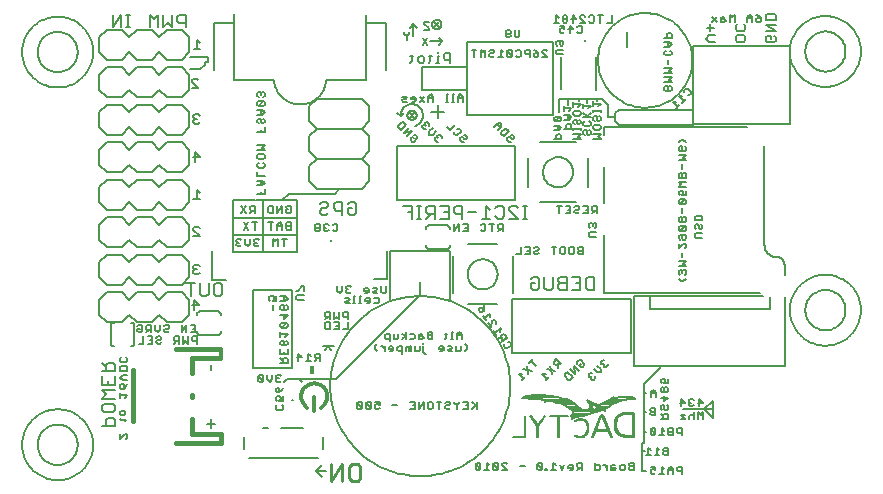
<source format=gbo>
G75*
G70*
%OFA0B0*%
%FSLAX24Y24*%
%IPPOS*%
%LPD*%
%AMOC8*
5,1,8,0,0,1.08239X$1,22.5*
%
%ADD10C,0.0080*%
%ADD11C,0.0160*%
%ADD12C,0.0120*%
%ADD13R,0.0180X0.0300*%
%ADD14C,0.0090*%
%ADD15C,0.0130*%
D10*
X000766Y001591D02*
X000768Y001642D01*
X000774Y001693D01*
X000784Y001743D01*
X000797Y001793D01*
X000815Y001841D01*
X000835Y001888D01*
X000860Y001933D01*
X000888Y001976D01*
X000919Y002017D01*
X000953Y002055D01*
X000990Y002090D01*
X001029Y002123D01*
X001071Y002153D01*
X001115Y002179D01*
X001161Y002201D01*
X001209Y002221D01*
X001258Y002236D01*
X001308Y002248D01*
X001358Y002256D01*
X001409Y002260D01*
X001461Y002260D01*
X001512Y002256D01*
X001562Y002248D01*
X001612Y002236D01*
X001661Y002221D01*
X001709Y002201D01*
X001755Y002179D01*
X001799Y002153D01*
X001841Y002123D01*
X001880Y002090D01*
X001917Y002055D01*
X001951Y002017D01*
X001982Y001976D01*
X002010Y001933D01*
X002035Y001888D01*
X002055Y001841D01*
X002073Y001793D01*
X002086Y001743D01*
X002096Y001693D01*
X002102Y001642D01*
X002104Y001591D01*
X002102Y001540D01*
X002096Y001489D01*
X002086Y001439D01*
X002073Y001389D01*
X002055Y001341D01*
X002035Y001294D01*
X002010Y001249D01*
X001982Y001206D01*
X001951Y001165D01*
X001917Y001127D01*
X001880Y001092D01*
X001841Y001059D01*
X001799Y001029D01*
X001755Y001003D01*
X001709Y000981D01*
X001661Y000961D01*
X001612Y000946D01*
X001562Y000934D01*
X001512Y000926D01*
X001461Y000922D01*
X001409Y000922D01*
X001358Y000926D01*
X001308Y000934D01*
X001258Y000946D01*
X001209Y000961D01*
X001161Y000981D01*
X001115Y001003D01*
X001071Y001029D01*
X001029Y001059D01*
X000990Y001092D01*
X000953Y001127D01*
X000919Y001165D01*
X000888Y001206D01*
X000860Y001249D01*
X000835Y001294D01*
X000815Y001341D01*
X000797Y001389D01*
X000784Y001439D01*
X000774Y001489D01*
X000768Y001540D01*
X000766Y001591D01*
X000254Y001591D02*
X000256Y001660D01*
X000262Y001728D01*
X000272Y001796D01*
X000286Y001863D01*
X000304Y001930D01*
X000325Y001995D01*
X000351Y002059D01*
X000380Y002121D01*
X000412Y002181D01*
X000448Y002240D01*
X000488Y002296D01*
X000530Y002350D01*
X000576Y002401D01*
X000625Y002450D01*
X000676Y002496D01*
X000730Y002538D01*
X000786Y002578D01*
X000844Y002614D01*
X000905Y002646D01*
X000967Y002675D01*
X001031Y002701D01*
X001096Y002722D01*
X001163Y002740D01*
X001230Y002754D01*
X001298Y002764D01*
X001366Y002770D01*
X001435Y002772D01*
X001504Y002770D01*
X001572Y002764D01*
X001640Y002754D01*
X001707Y002740D01*
X001774Y002722D01*
X001839Y002701D01*
X001903Y002675D01*
X001965Y002646D01*
X002025Y002614D01*
X002084Y002578D01*
X002140Y002538D01*
X002194Y002496D01*
X002245Y002450D01*
X002294Y002401D01*
X002340Y002350D01*
X002382Y002296D01*
X002422Y002240D01*
X002458Y002182D01*
X002490Y002121D01*
X002519Y002059D01*
X002545Y001995D01*
X002566Y001930D01*
X002584Y001863D01*
X002598Y001796D01*
X002608Y001728D01*
X002614Y001660D01*
X002616Y001591D01*
X002614Y001522D01*
X002608Y001454D01*
X002598Y001386D01*
X002584Y001319D01*
X002566Y001252D01*
X002545Y001187D01*
X002519Y001123D01*
X002490Y001061D01*
X002458Y001000D01*
X002422Y000942D01*
X002382Y000886D01*
X002340Y000832D01*
X002294Y000781D01*
X002245Y000732D01*
X002194Y000686D01*
X002140Y000644D01*
X002084Y000604D01*
X002026Y000568D01*
X001965Y000536D01*
X001903Y000507D01*
X001839Y000481D01*
X001774Y000460D01*
X001707Y000442D01*
X001640Y000428D01*
X001572Y000418D01*
X001504Y000412D01*
X001435Y000410D01*
X001366Y000412D01*
X001298Y000418D01*
X001230Y000428D01*
X001163Y000442D01*
X001096Y000460D01*
X001031Y000481D01*
X000967Y000507D01*
X000905Y000536D01*
X000844Y000568D01*
X000786Y000604D01*
X000730Y000644D01*
X000676Y000686D01*
X000625Y000732D01*
X000576Y000781D01*
X000530Y000832D01*
X000488Y000886D01*
X000448Y000942D01*
X000412Y001000D01*
X000380Y001061D01*
X000351Y001123D01*
X000325Y001187D01*
X000304Y001252D01*
X000286Y001319D01*
X000272Y001386D01*
X000262Y001454D01*
X000256Y001522D01*
X000254Y001591D01*
X002916Y002211D02*
X003336Y002211D01*
X003336Y002421D01*
X003266Y002491D01*
X003126Y002491D01*
X003056Y002421D01*
X003056Y002211D01*
X002986Y002671D02*
X002916Y002741D01*
X002916Y002881D01*
X002986Y002952D01*
X003266Y002952D01*
X003336Y002881D01*
X003336Y002741D01*
X003266Y002671D01*
X002986Y002671D01*
X002916Y003132D02*
X003056Y003272D01*
X002916Y003412D01*
X003336Y003412D01*
X003336Y003592D02*
X002916Y003592D01*
X002916Y003872D01*
X002916Y004052D02*
X003336Y004052D01*
X003336Y004263D01*
X003266Y004333D01*
X003126Y004333D01*
X003056Y004263D01*
X003056Y004052D01*
X003056Y004193D02*
X002916Y004333D01*
X003336Y003872D02*
X003336Y003592D01*
X003522Y003578D02*
X003562Y003618D01*
X003602Y003618D01*
X003642Y003578D01*
X003642Y003458D01*
X003562Y003458D01*
X003522Y003498D01*
X003522Y003578D01*
X003642Y003458D02*
X003722Y003538D01*
X003762Y003618D01*
X003762Y003753D02*
X003602Y003753D01*
X003522Y003833D01*
X003602Y003913D01*
X003762Y003913D01*
X003762Y004047D02*
X003762Y004168D01*
X003722Y004208D01*
X003562Y004208D01*
X003522Y004168D01*
X003522Y004047D01*
X003762Y004047D01*
X003722Y004342D02*
X003562Y004342D01*
X003522Y004382D01*
X003522Y004462D01*
X003562Y004502D01*
X003722Y004502D02*
X003762Y004462D01*
X003762Y004382D01*
X003722Y004342D01*
X003875Y004879D02*
X003893Y004877D01*
X003910Y004878D01*
X003927Y004882D01*
X003943Y004889D01*
X003958Y004899D01*
X003970Y004911D01*
X003980Y004925D01*
X003988Y004941D01*
X003993Y004957D01*
X003994Y004957D02*
X003994Y005587D01*
X003993Y005587D02*
X003988Y005603D01*
X003980Y005619D01*
X003970Y005633D01*
X003958Y005645D01*
X003943Y005655D01*
X003927Y005662D01*
X003910Y005666D01*
X003893Y005667D01*
X003875Y005665D01*
X004068Y005680D02*
X003818Y005930D01*
X003568Y005680D01*
X003068Y005680D01*
X002818Y005930D01*
X002818Y006430D01*
X003068Y006680D01*
X003568Y006680D01*
X003818Y006430D01*
X004068Y006680D01*
X004568Y006680D01*
X004818Y006430D01*
X005068Y006680D01*
X005568Y006680D01*
X005818Y006430D01*
X005818Y005930D01*
X005568Y005680D01*
X005068Y005680D01*
X004818Y005930D01*
X004568Y005680D01*
X004068Y005680D01*
X004136Y005580D02*
X004216Y005580D01*
X004256Y005540D01*
X004256Y005380D01*
X004216Y005340D01*
X004136Y005340D01*
X004096Y005380D01*
X004096Y005460D01*
X004176Y005460D01*
X004096Y005540D02*
X004136Y005580D01*
X004390Y005540D02*
X004390Y005460D01*
X004430Y005420D01*
X004551Y005420D01*
X004551Y005340D02*
X004551Y005580D01*
X004430Y005580D01*
X004390Y005540D01*
X004471Y005420D02*
X004390Y005340D01*
X004430Y005206D02*
X004590Y005206D01*
X004590Y004966D01*
X004430Y004966D01*
X004295Y004966D02*
X004135Y004966D01*
X004295Y004966D02*
X004295Y005206D01*
X004510Y005086D02*
X004590Y005086D01*
X004724Y005046D02*
X004724Y005006D01*
X004764Y004966D01*
X004845Y004966D01*
X004885Y005006D01*
X004845Y005086D02*
X004764Y005086D01*
X004724Y005046D01*
X004724Y005166D02*
X004764Y005206D01*
X004845Y005206D01*
X004885Y005166D01*
X004885Y005126D01*
X004845Y005086D01*
X004765Y005340D02*
X004685Y005420D01*
X004685Y005580D01*
X004845Y005580D02*
X004845Y005420D01*
X004765Y005340D01*
X004980Y005380D02*
X004980Y005420D01*
X005020Y005460D01*
X005100Y005460D01*
X005140Y005500D01*
X005140Y005540D01*
X005100Y005580D01*
X005020Y005580D01*
X004980Y005540D01*
X004980Y005380D02*
X005020Y005340D01*
X005100Y005340D01*
X005140Y005380D01*
X005354Y005206D02*
X005314Y005166D01*
X005314Y005086D01*
X005354Y005046D01*
X005474Y005046D01*
X005394Y005046D02*
X005314Y004966D01*
X005474Y004966D02*
X005474Y005206D01*
X005354Y005206D01*
X005569Y005340D02*
X005569Y005580D01*
X005729Y005580D02*
X005569Y005340D01*
X005608Y005206D02*
X005608Y004966D01*
X005688Y005046D01*
X005769Y004966D01*
X005769Y005206D01*
X005729Y005340D02*
X005729Y005580D01*
X005864Y005580D02*
X006024Y005580D01*
X006024Y005340D01*
X005864Y005340D01*
X005944Y005460D02*
X006024Y005460D01*
X006081Y005371D02*
X006079Y005353D01*
X006080Y005336D01*
X006084Y005319D01*
X006091Y005303D01*
X006101Y005288D01*
X006113Y005276D01*
X006127Y005266D01*
X006143Y005258D01*
X006159Y005253D01*
X006159Y005252D02*
X006789Y005252D01*
X006789Y005253D02*
X006805Y005258D01*
X006821Y005266D01*
X006835Y005276D01*
X006847Y005288D01*
X006857Y005303D01*
X006864Y005319D01*
X006868Y005336D01*
X006869Y005353D01*
X006867Y005371D01*
X006867Y005921D02*
X006869Y005939D01*
X006868Y005956D01*
X006864Y005973D01*
X006857Y005989D01*
X006847Y006004D01*
X006835Y006016D01*
X006821Y006026D01*
X006805Y006034D01*
X006789Y006039D01*
X006789Y006040D02*
X006159Y006040D01*
X006159Y006039D02*
X006143Y006034D01*
X006127Y006026D01*
X006113Y006016D01*
X006101Y006004D01*
X006091Y005989D01*
X006084Y005973D01*
X006080Y005956D01*
X006079Y005939D01*
X006081Y005921D01*
X005979Y006100D02*
X005979Y006420D01*
X006139Y006260D01*
X005925Y006260D01*
X005865Y006552D02*
X005865Y006973D01*
X006005Y006973D02*
X005725Y006973D01*
X005568Y006929D02*
X005818Y007179D01*
X005818Y007679D01*
X005568Y007929D01*
X005068Y007929D01*
X004818Y007679D01*
X004568Y007929D01*
X004068Y007929D01*
X003818Y007679D01*
X003568Y007929D01*
X003068Y007929D01*
X002818Y007679D01*
X002818Y007179D01*
X003068Y006929D01*
X003568Y006929D01*
X003818Y007179D01*
X004068Y006929D01*
X004568Y006929D01*
X004818Y007179D01*
X005068Y006929D01*
X005568Y006929D01*
X005960Y007328D02*
X006014Y007275D01*
X006120Y007275D01*
X006174Y007328D01*
X006067Y007435D02*
X006014Y007435D01*
X005960Y007382D01*
X005960Y007328D01*
X006014Y007435D02*
X005960Y007488D01*
X005960Y007542D01*
X006014Y007595D01*
X006120Y007595D01*
X006174Y007542D01*
X006186Y006973D02*
X006186Y006622D01*
X006256Y006552D01*
X006396Y006552D01*
X006466Y006622D01*
X006466Y006973D01*
X006592Y007074D02*
X006592Y008067D01*
X006174Y008543D02*
X005960Y008756D01*
X005960Y008810D01*
X006014Y008863D01*
X006120Y008863D01*
X006174Y008810D01*
X006174Y008543D02*
X005960Y008543D01*
X005818Y008427D02*
X005818Y008927D01*
X005568Y009177D01*
X005068Y009177D01*
X004818Y008927D01*
X004568Y009177D01*
X004068Y009177D01*
X003818Y008927D01*
X003568Y009177D01*
X003068Y009177D01*
X002818Y008927D01*
X002818Y008427D01*
X003068Y008177D01*
X003568Y008177D01*
X003818Y008427D01*
X004068Y008177D01*
X004568Y008177D01*
X004818Y008427D01*
X005068Y008177D01*
X005568Y008177D01*
X005818Y008427D01*
X005568Y009426D02*
X005068Y009426D01*
X004818Y009676D01*
X004568Y009426D01*
X004068Y009426D01*
X003818Y009676D01*
X003568Y009426D01*
X003068Y009426D01*
X002818Y009676D01*
X002818Y010176D01*
X003068Y010426D01*
X003568Y010426D01*
X003818Y010176D01*
X004068Y010426D01*
X004568Y010426D01*
X004818Y010176D01*
X005068Y010426D01*
X005568Y010426D01*
X005818Y010176D01*
X005818Y009676D01*
X005568Y009426D01*
X005960Y009772D02*
X006174Y009772D01*
X006067Y009772D02*
X006067Y010092D01*
X006174Y009985D01*
X005568Y010674D02*
X005068Y010674D01*
X004818Y010924D01*
X004568Y010674D01*
X004068Y010674D01*
X003818Y010924D01*
X003568Y010674D01*
X003068Y010674D01*
X002818Y010924D01*
X002818Y011424D01*
X003068Y011674D01*
X003568Y011674D01*
X003818Y011424D01*
X004068Y011674D01*
X004568Y011674D01*
X004818Y011424D01*
X005068Y011674D01*
X005568Y011674D01*
X005818Y011424D01*
X005818Y010924D01*
X005568Y010674D01*
X006014Y011020D02*
X006014Y011341D01*
X006174Y011180D01*
X005960Y011180D01*
X005568Y011923D02*
X005068Y011923D01*
X004818Y012173D01*
X004568Y011923D01*
X004068Y011923D01*
X003818Y012173D01*
X003568Y011923D01*
X003068Y011923D01*
X002818Y012173D01*
X002818Y012673D01*
X003068Y012923D01*
X003568Y012923D01*
X003818Y012673D01*
X004068Y012923D01*
X004568Y012923D01*
X004818Y012673D01*
X005068Y012923D01*
X005568Y012923D01*
X005818Y012673D01*
X005818Y012173D01*
X005568Y011923D01*
X005960Y012342D02*
X006014Y012289D01*
X006120Y012289D01*
X006174Y012342D01*
X006067Y012449D02*
X006014Y012449D01*
X005960Y012395D01*
X005960Y012342D01*
X006014Y012449D02*
X005960Y012502D01*
X005960Y012555D01*
X006014Y012609D01*
X006120Y012609D01*
X006174Y012555D01*
X005568Y013171D02*
X005068Y013171D01*
X004818Y013421D01*
X004568Y013171D01*
X004068Y013171D01*
X003818Y013421D01*
X003568Y013171D01*
X003068Y013171D01*
X002818Y013421D01*
X002818Y013921D01*
X003068Y014171D01*
X003568Y014171D01*
X003818Y013921D01*
X004068Y014171D01*
X004568Y014171D01*
X004818Y013921D01*
X005068Y014171D01*
X005568Y014171D01*
X005818Y013921D01*
X005818Y013421D01*
X005568Y013171D01*
X005904Y013479D02*
X006118Y013479D01*
X005904Y013692D01*
X005904Y013745D01*
X005958Y013799D01*
X006064Y013799D01*
X006118Y013745D01*
X006194Y014107D02*
X005834Y014107D01*
X006194Y014107D02*
X006334Y014247D01*
X006334Y014352D01*
X006454Y014352D01*
X006454Y014517D01*
X005839Y014517D01*
X005818Y014670D02*
X005818Y015170D01*
X005568Y015420D01*
X005068Y015420D01*
X004818Y015170D01*
X004568Y015420D01*
X004068Y015420D01*
X003818Y015170D01*
X003568Y015420D01*
X003068Y015420D01*
X002818Y015170D01*
X002818Y014670D01*
X003068Y014420D01*
X003568Y014420D01*
X003818Y014670D01*
X004068Y014420D01*
X004568Y014420D01*
X004818Y014670D01*
X005068Y014420D01*
X005568Y014420D01*
X005818Y014670D01*
X005963Y014769D02*
X006177Y014769D01*
X006070Y014769D02*
X006070Y015090D01*
X006177Y014983D01*
X005701Y015508D02*
X005701Y015928D01*
X005491Y015928D01*
X005421Y015858D01*
X005421Y015718D01*
X005491Y015648D01*
X005701Y015648D01*
X005241Y015508D02*
X005100Y015648D01*
X004960Y015508D01*
X004960Y015928D01*
X004780Y015928D02*
X004780Y015508D01*
X004500Y015508D02*
X004500Y015928D01*
X004640Y015788D01*
X004780Y015928D01*
X005241Y015928D02*
X005241Y015508D01*
X003859Y015508D02*
X003719Y015508D01*
X003789Y015508D02*
X003789Y015928D01*
X003859Y015928D02*
X003719Y015928D01*
X003553Y015928D02*
X003553Y015508D01*
X003272Y015508D02*
X003272Y015928D01*
X003553Y015928D02*
X003272Y015508D01*
X000766Y014682D02*
X000768Y014733D01*
X000774Y014784D01*
X000784Y014834D01*
X000797Y014884D01*
X000815Y014932D01*
X000835Y014979D01*
X000860Y015024D01*
X000888Y015067D01*
X000919Y015108D01*
X000953Y015146D01*
X000990Y015181D01*
X001029Y015214D01*
X001071Y015244D01*
X001115Y015270D01*
X001161Y015292D01*
X001209Y015312D01*
X001258Y015327D01*
X001308Y015339D01*
X001358Y015347D01*
X001409Y015351D01*
X001461Y015351D01*
X001512Y015347D01*
X001562Y015339D01*
X001612Y015327D01*
X001661Y015312D01*
X001709Y015292D01*
X001755Y015270D01*
X001799Y015244D01*
X001841Y015214D01*
X001880Y015181D01*
X001917Y015146D01*
X001951Y015108D01*
X001982Y015067D01*
X002010Y015024D01*
X002035Y014979D01*
X002055Y014932D01*
X002073Y014884D01*
X002086Y014834D01*
X002096Y014784D01*
X002102Y014733D01*
X002104Y014682D01*
X002102Y014631D01*
X002096Y014580D01*
X002086Y014530D01*
X002073Y014480D01*
X002055Y014432D01*
X002035Y014385D01*
X002010Y014340D01*
X001982Y014297D01*
X001951Y014256D01*
X001917Y014218D01*
X001880Y014183D01*
X001841Y014150D01*
X001799Y014120D01*
X001755Y014094D01*
X001709Y014072D01*
X001661Y014052D01*
X001612Y014037D01*
X001562Y014025D01*
X001512Y014017D01*
X001461Y014013D01*
X001409Y014013D01*
X001358Y014017D01*
X001308Y014025D01*
X001258Y014037D01*
X001209Y014052D01*
X001161Y014072D01*
X001115Y014094D01*
X001071Y014120D01*
X001029Y014150D01*
X000990Y014183D01*
X000953Y014218D01*
X000919Y014256D01*
X000888Y014297D01*
X000860Y014340D01*
X000835Y014385D01*
X000815Y014432D01*
X000797Y014480D01*
X000784Y014530D01*
X000774Y014580D01*
X000768Y014631D01*
X000766Y014682D01*
X000254Y014682D02*
X000256Y014751D01*
X000262Y014819D01*
X000272Y014887D01*
X000286Y014954D01*
X000304Y015021D01*
X000325Y015086D01*
X000351Y015150D01*
X000380Y015212D01*
X000412Y015272D01*
X000448Y015331D01*
X000488Y015387D01*
X000530Y015441D01*
X000576Y015492D01*
X000625Y015541D01*
X000676Y015587D01*
X000730Y015629D01*
X000786Y015669D01*
X000844Y015705D01*
X000905Y015737D01*
X000967Y015766D01*
X001031Y015792D01*
X001096Y015813D01*
X001163Y015831D01*
X001230Y015845D01*
X001298Y015855D01*
X001366Y015861D01*
X001435Y015863D01*
X001504Y015861D01*
X001572Y015855D01*
X001640Y015845D01*
X001707Y015831D01*
X001774Y015813D01*
X001839Y015792D01*
X001903Y015766D01*
X001965Y015737D01*
X002025Y015705D01*
X002084Y015669D01*
X002140Y015629D01*
X002194Y015587D01*
X002245Y015541D01*
X002294Y015492D01*
X002340Y015441D01*
X002382Y015387D01*
X002422Y015331D01*
X002458Y015273D01*
X002490Y015212D01*
X002519Y015150D01*
X002545Y015086D01*
X002566Y015021D01*
X002584Y014954D01*
X002598Y014887D01*
X002608Y014819D01*
X002614Y014751D01*
X002616Y014682D01*
X002614Y014613D01*
X002608Y014545D01*
X002598Y014477D01*
X002584Y014410D01*
X002566Y014343D01*
X002545Y014278D01*
X002519Y014214D01*
X002490Y014152D01*
X002458Y014091D01*
X002422Y014033D01*
X002382Y013977D01*
X002340Y013923D01*
X002294Y013872D01*
X002245Y013823D01*
X002194Y013777D01*
X002140Y013735D01*
X002084Y013695D01*
X002026Y013659D01*
X001965Y013627D01*
X001903Y013598D01*
X001839Y013572D01*
X001774Y013551D01*
X001707Y013533D01*
X001640Y013519D01*
X001572Y013509D01*
X001504Y013503D01*
X001435Y013501D01*
X001366Y013503D01*
X001298Y013509D01*
X001230Y013519D01*
X001163Y013533D01*
X001096Y013551D01*
X001031Y013572D01*
X000967Y013598D01*
X000905Y013627D01*
X000844Y013659D01*
X000786Y013695D01*
X000730Y013735D01*
X000676Y013777D01*
X000625Y013823D01*
X000576Y013872D01*
X000530Y013923D01*
X000488Y013977D01*
X000448Y014033D01*
X000412Y014091D01*
X000380Y014152D01*
X000351Y014214D01*
X000325Y014278D01*
X000304Y014343D01*
X000286Y014410D01*
X000272Y014477D01*
X000262Y014545D01*
X000256Y014613D01*
X000254Y014682D01*
X006631Y014091D02*
X006631Y015666D01*
X007301Y015666D01*
X007314Y015961D02*
X007313Y013815D01*
X007313Y013756D01*
X008624Y013757D01*
X008639Y013756D01*
X008295Y013347D02*
X008255Y013347D01*
X008215Y013306D01*
X008175Y013347D01*
X008135Y013347D01*
X008095Y013306D01*
X008095Y013226D01*
X008135Y013186D01*
X008215Y013266D02*
X008215Y013306D01*
X008295Y013347D02*
X008335Y013306D01*
X008335Y013226D01*
X008295Y013186D01*
X008295Y013052D02*
X008135Y012892D01*
X008095Y012932D01*
X008095Y013012D01*
X008135Y013052D01*
X008295Y013052D01*
X008335Y013012D01*
X008335Y012932D01*
X008295Y012892D01*
X008135Y012892D01*
X008095Y012757D02*
X008255Y012757D01*
X008335Y012677D01*
X008255Y012597D01*
X008095Y012597D01*
X008215Y012597D02*
X008215Y012757D01*
X008175Y012463D02*
X008135Y012463D01*
X008095Y012423D01*
X008095Y012342D01*
X008135Y012302D01*
X008215Y012342D02*
X008215Y012423D01*
X008175Y012463D01*
X008295Y012463D02*
X008335Y012423D01*
X008335Y012342D01*
X008295Y012302D01*
X008255Y012302D01*
X008215Y012342D01*
X008335Y012168D02*
X008335Y012008D01*
X008095Y012008D01*
X008215Y012008D02*
X008215Y012088D01*
X008335Y011579D02*
X008095Y011579D01*
X008095Y011419D02*
X008335Y011419D01*
X008255Y011499D01*
X008335Y011579D01*
X008295Y011284D02*
X008135Y011284D01*
X008095Y011244D01*
X008095Y011164D01*
X008135Y011124D01*
X008295Y011124D01*
X008335Y011164D01*
X008335Y011244D01*
X008295Y011284D01*
X008295Y010989D02*
X008335Y010949D01*
X008335Y010869D01*
X008295Y010829D01*
X008135Y010829D01*
X008095Y010869D01*
X008095Y010949D01*
X008135Y010989D01*
X008095Y010695D02*
X008095Y010535D01*
X008335Y010535D01*
X008255Y010400D02*
X008095Y010400D01*
X008215Y010400D02*
X008215Y010240D01*
X008255Y010240D02*
X008095Y010240D01*
X008255Y010240D02*
X008335Y010320D01*
X008255Y010400D01*
X008335Y010105D02*
X008335Y009945D01*
X008095Y009945D01*
X008215Y009945D02*
X008215Y010025D01*
X008265Y009741D02*
X008049Y009741D01*
X008029Y009741D02*
X007281Y009741D01*
X007281Y008028D01*
X008265Y008028D01*
X008265Y009741D01*
X008915Y009741D01*
X009131Y009957D01*
X010667Y009957D01*
X010824Y010115D01*
X010922Y009679D02*
X010712Y009679D01*
X010641Y009609D01*
X010641Y009469D01*
X010712Y009399D01*
X010922Y009399D01*
X010922Y009259D02*
X010922Y009679D01*
X011102Y009609D02*
X011172Y009679D01*
X011312Y009679D01*
X011382Y009609D01*
X011382Y009329D01*
X011312Y009259D01*
X011172Y009259D01*
X011102Y009329D01*
X011102Y009469D01*
X011242Y009469D01*
X010720Y008943D02*
X010760Y008903D01*
X010760Y008743D01*
X010720Y008703D01*
X010640Y008703D01*
X010600Y008743D01*
X010466Y008743D02*
X010426Y008703D01*
X010346Y008703D01*
X010306Y008743D01*
X010306Y008783D01*
X010346Y008823D01*
X010386Y008823D01*
X010346Y008823D02*
X010306Y008863D01*
X010306Y008903D01*
X010346Y008943D01*
X010426Y008943D01*
X010466Y008903D01*
X010600Y008903D02*
X010640Y008943D01*
X010720Y008943D01*
X010391Y009259D02*
X010461Y009329D01*
X010391Y009259D02*
X010251Y009259D01*
X010181Y009329D01*
X010181Y009399D01*
X010251Y009469D01*
X010391Y009469D01*
X010461Y009539D01*
X010461Y009609D01*
X010391Y009679D01*
X010251Y009679D01*
X010181Y009609D01*
X010074Y010130D02*
X011574Y010130D01*
X011824Y010380D01*
X011824Y010880D01*
X011574Y011130D01*
X010074Y011130D01*
X009824Y010880D01*
X009824Y010380D01*
X010074Y010130D01*
X009407Y009741D02*
X008915Y009741D01*
X008913Y009555D02*
X008753Y009314D01*
X008753Y009555D01*
X008619Y009555D02*
X008499Y009555D01*
X008459Y009515D01*
X008459Y009354D01*
X008499Y009314D01*
X008619Y009314D01*
X008619Y009555D01*
X008913Y009555D02*
X008913Y009314D01*
X009048Y009354D02*
X009048Y009435D01*
X009128Y009435D01*
X009208Y009515D02*
X009208Y009354D01*
X009168Y009314D01*
X009088Y009314D01*
X009048Y009354D01*
X009048Y009515D02*
X009088Y009555D01*
X009168Y009555D01*
X009208Y009515D01*
X009407Y009741D02*
X009407Y008028D01*
X008265Y008028D01*
X008105Y008212D02*
X008145Y008252D01*
X008105Y008212D02*
X008025Y008212D01*
X007985Y008252D01*
X007985Y008292D01*
X008025Y008332D01*
X008065Y008332D01*
X008025Y008332D02*
X007985Y008372D01*
X007985Y008412D01*
X008025Y008452D01*
X008105Y008452D01*
X008145Y008412D01*
X007850Y008452D02*
X007850Y008292D01*
X007770Y008212D01*
X007690Y008292D01*
X007690Y008452D01*
X007556Y008412D02*
X007516Y008452D01*
X007436Y008452D01*
X007396Y008412D01*
X007396Y008372D01*
X007436Y008332D01*
X007396Y008292D01*
X007396Y008252D01*
X007436Y008212D01*
X007516Y008212D01*
X007556Y008252D01*
X007476Y008332D02*
X007436Y008332D01*
X007301Y008599D02*
X009387Y008599D01*
X009208Y008763D02*
X009088Y008763D01*
X009048Y008803D01*
X009048Y008843D01*
X009088Y008883D01*
X009208Y008883D01*
X009208Y008763D02*
X009208Y009004D01*
X009088Y009004D01*
X009048Y008963D01*
X009048Y008923D01*
X009088Y008883D01*
X008913Y008883D02*
X008753Y008883D01*
X008753Y008923D02*
X008753Y008763D01*
X008913Y008763D02*
X008913Y008923D01*
X008833Y009004D01*
X008753Y008923D01*
X008619Y009004D02*
X008459Y009004D01*
X008539Y009004D02*
X008539Y008763D01*
X008616Y008452D02*
X008616Y008212D01*
X008776Y008212D02*
X008776Y008452D01*
X008696Y008372D01*
X008616Y008452D01*
X008911Y008452D02*
X009071Y008452D01*
X008991Y008452D02*
X008991Y008212D01*
X008007Y008763D02*
X008007Y009004D01*
X008087Y009004D02*
X007926Y009004D01*
X007792Y009004D02*
X007632Y008763D01*
X007792Y008763D02*
X007632Y009004D01*
X007553Y009314D02*
X007713Y009555D01*
X007848Y009515D02*
X007888Y009555D01*
X008008Y009555D01*
X008008Y009314D01*
X008008Y009395D02*
X007888Y009395D01*
X007848Y009435D01*
X007848Y009515D01*
X007928Y009395D02*
X007848Y009314D01*
X007713Y009314D02*
X007553Y009555D01*
X007301Y009150D02*
X009387Y009150D01*
X010011Y008903D02*
X010011Y008863D01*
X010051Y008823D01*
X010131Y008823D01*
X010171Y008863D01*
X010171Y008903D01*
X010131Y008943D01*
X010051Y008943D01*
X010011Y008903D01*
X010051Y008823D02*
X010011Y008783D01*
X010011Y008743D01*
X010051Y008703D01*
X010131Y008703D01*
X010171Y008743D01*
X010171Y008783D01*
X010131Y008823D01*
X010549Y008414D02*
X010549Y008390D01*
X011986Y007134D02*
X012419Y007134D01*
X012419Y008067D01*
X012525Y008044D02*
X012525Y006374D01*
X012348Y006653D02*
X012268Y006653D01*
X012227Y006693D01*
X012227Y006894D01*
X012388Y006894D02*
X012388Y006693D01*
X012348Y006653D01*
X012093Y006653D02*
X011973Y006653D01*
X011933Y006693D01*
X011973Y006733D01*
X012053Y006733D01*
X012093Y006773D01*
X012053Y006813D01*
X011933Y006813D01*
X011798Y006773D02*
X011758Y006813D01*
X011678Y006813D01*
X011638Y006773D01*
X011638Y006733D01*
X011798Y006733D01*
X011798Y006693D02*
X011798Y006773D01*
X011798Y006693D02*
X011758Y006653D01*
X011678Y006653D01*
X011558Y006557D02*
X011518Y006557D01*
X011518Y006317D01*
X011558Y006317D02*
X011478Y006317D01*
X011361Y006317D02*
X011281Y006317D01*
X011321Y006317D02*
X011321Y006557D01*
X011361Y006557D01*
X011209Y006693D02*
X011169Y006653D01*
X011089Y006653D01*
X011049Y006693D01*
X011049Y006733D01*
X011089Y006773D01*
X011129Y006773D01*
X011089Y006773D02*
X011049Y006813D01*
X011049Y006854D01*
X011089Y006894D01*
X011169Y006894D01*
X011209Y006854D01*
X010914Y006894D02*
X010914Y006733D01*
X010834Y006653D01*
X010754Y006733D01*
X010754Y006894D01*
X011005Y006477D02*
X011125Y006477D01*
X011165Y006437D01*
X011125Y006397D01*
X011045Y006397D01*
X011005Y006357D01*
X011045Y006317D01*
X011165Y006317D01*
X011102Y006020D02*
X010982Y006020D01*
X010942Y005980D01*
X010942Y005900D01*
X010982Y005860D01*
X011102Y005860D01*
X011102Y005780D02*
X011102Y006020D01*
X011102Y005686D02*
X011102Y005445D01*
X010942Y005445D01*
X010807Y005445D02*
X010807Y005686D01*
X010647Y005686D01*
X010647Y005780D02*
X010647Y006020D01*
X010513Y006020D02*
X010513Y005780D01*
X010513Y005860D02*
X010392Y005860D01*
X010352Y005900D01*
X010352Y005980D01*
X010392Y006020D01*
X010513Y006020D01*
X010432Y005860D02*
X010352Y005780D01*
X010392Y005686D02*
X010513Y005686D01*
X010513Y005445D01*
X010392Y005445D01*
X010352Y005485D01*
X010352Y005646D01*
X010392Y005686D01*
X010647Y005780D02*
X010727Y005860D01*
X010807Y005780D01*
X010807Y006020D01*
X010807Y005566D02*
X010727Y005566D01*
X010807Y005445D02*
X010647Y005445D01*
X010631Y004886D02*
X010450Y004886D01*
X010358Y004764D01*
X010269Y004886D02*
X010450Y004886D01*
X010460Y004880D02*
X010536Y004764D01*
X010170Y004632D02*
X010170Y004392D01*
X010170Y004472D02*
X010050Y004472D01*
X010010Y004512D01*
X010010Y004592D01*
X010050Y004632D01*
X010170Y004632D01*
X010090Y004472D02*
X010010Y004392D01*
X009875Y004392D02*
X009715Y004392D01*
X009795Y004392D02*
X009795Y004632D01*
X009875Y004552D01*
X009581Y004512D02*
X009460Y004632D01*
X009460Y004392D01*
X009420Y004512D02*
X009581Y004512D01*
X009250Y004159D02*
X009250Y006739D01*
X007950Y006739D01*
X007950Y004159D01*
X009250Y004159D01*
X009100Y004316D02*
X009100Y004436D01*
X009060Y004476D01*
X008980Y004476D01*
X008940Y004436D01*
X008940Y004316D01*
X008860Y004316D02*
X009100Y004316D01*
X008940Y004396D02*
X008860Y004476D01*
X008860Y004611D02*
X008860Y004771D01*
X008900Y004906D02*
X008860Y004946D01*
X008860Y005026D01*
X008900Y005066D01*
X008980Y005066D01*
X008980Y004986D01*
X009060Y005066D02*
X009100Y005026D01*
X009100Y004946D01*
X009060Y004906D01*
X008900Y004906D01*
X008980Y004691D02*
X008980Y004611D01*
X009100Y004611D02*
X008860Y004611D01*
X009100Y004611D02*
X009100Y004771D01*
X009020Y005200D02*
X009100Y005280D01*
X008860Y005280D01*
X008860Y005200D02*
X008860Y005360D01*
X008900Y005495D02*
X009060Y005655D01*
X008900Y005655D01*
X008860Y005615D01*
X008860Y005535D01*
X008900Y005495D01*
X009060Y005495D01*
X009100Y005535D01*
X009100Y005615D01*
X009060Y005655D01*
X008980Y005789D02*
X008980Y005950D01*
X008860Y005910D02*
X009100Y005910D01*
X008980Y005789D01*
X008900Y006084D02*
X008860Y006124D01*
X008860Y006204D01*
X008900Y006244D01*
X008980Y006244D01*
X008980Y006164D01*
X009060Y006084D02*
X008900Y006084D01*
X009060Y006084D02*
X009100Y006124D01*
X009100Y006204D01*
X009060Y006244D01*
X009020Y006379D02*
X009100Y006459D01*
X009020Y006539D01*
X008860Y006539D01*
X008980Y006539D02*
X008980Y006379D01*
X009020Y006379D02*
X008860Y006379D01*
X008726Y006383D02*
X008726Y006543D01*
X008646Y006503D02*
X008606Y006543D01*
X008526Y006543D01*
X008486Y006503D01*
X008486Y006423D01*
X008526Y006383D01*
X008606Y006383D02*
X008646Y006463D01*
X008646Y006503D01*
X008606Y006383D02*
X008726Y006383D01*
X008606Y006248D02*
X008606Y006088D01*
X009391Y006464D02*
X009391Y006544D01*
X009431Y006584D01*
X009632Y006584D01*
X009632Y006719D02*
X009632Y006879D01*
X009592Y006879D01*
X009431Y006719D01*
X009391Y006719D01*
X009391Y006464D02*
X009431Y006424D01*
X009632Y006424D01*
X011692Y006437D02*
X011692Y006397D01*
X011852Y006397D01*
X011852Y006357D02*
X011852Y006437D01*
X011812Y006477D01*
X011732Y006477D01*
X011692Y006437D01*
X011732Y006317D02*
X011812Y006317D01*
X011852Y006357D01*
X011987Y006317D02*
X012107Y006317D01*
X012147Y006357D01*
X012147Y006437D01*
X012107Y006477D01*
X011987Y006477D01*
X012381Y005285D02*
X012341Y005245D01*
X012341Y005165D01*
X012381Y005125D01*
X012501Y005125D01*
X012501Y005045D02*
X012501Y005285D01*
X012381Y005285D01*
X012635Y005285D02*
X012635Y005125D01*
X012755Y005125D01*
X012795Y005165D01*
X012795Y005285D01*
X012921Y005285D02*
X013041Y005205D01*
X012921Y005125D01*
X013041Y005125D02*
X013041Y005365D01*
X013175Y005285D02*
X013296Y005285D01*
X013336Y005245D01*
X013336Y005165D01*
X013296Y005125D01*
X013175Y005125D01*
X013177Y004872D02*
X013137Y004832D01*
X013097Y004872D01*
X013057Y004832D01*
X013057Y004712D01*
X013137Y004712D02*
X013137Y004832D01*
X013177Y004872D02*
X013217Y004872D01*
X013217Y004712D01*
X013352Y004712D02*
X013352Y004872D01*
X013512Y004872D02*
X013512Y004752D01*
X013472Y004712D01*
X013352Y004712D01*
X013628Y004672D02*
X013628Y004872D01*
X013628Y004952D02*
X013628Y004992D01*
X013590Y005125D02*
X013630Y005165D01*
X013590Y005205D01*
X013470Y005205D01*
X013470Y005245D02*
X013470Y005125D01*
X013590Y005125D01*
X013590Y005285D02*
X013510Y005285D01*
X013470Y005245D01*
X013765Y005205D02*
X013765Y005165D01*
X013805Y005125D01*
X013925Y005125D01*
X013925Y005365D01*
X013805Y005365D01*
X013765Y005325D01*
X013765Y005285D01*
X013805Y005245D01*
X013925Y005245D01*
X013805Y005245D02*
X013765Y005205D01*
X014137Y004832D02*
X014137Y004792D01*
X014297Y004792D01*
X014297Y004832D02*
X014257Y004872D01*
X014177Y004872D01*
X014137Y004832D01*
X014177Y004712D02*
X014257Y004712D01*
X014297Y004752D01*
X014297Y004832D01*
X014432Y004872D02*
X014552Y004872D01*
X014592Y004832D01*
X014552Y004792D01*
X014472Y004792D01*
X014432Y004752D01*
X014472Y004712D01*
X014592Y004712D01*
X014727Y004712D02*
X014727Y004872D01*
X014887Y004872D02*
X014887Y004752D01*
X014847Y004712D01*
X014727Y004712D01*
X015003Y004712D02*
X015083Y004792D01*
X015083Y004872D01*
X015003Y004952D01*
X014907Y005125D02*
X014907Y005285D01*
X014827Y005365D01*
X014747Y005285D01*
X014747Y005125D01*
X014747Y005245D02*
X014907Y005245D01*
X014612Y005125D02*
X014532Y005125D01*
X014572Y005125D02*
X014572Y005365D01*
X014612Y005365D01*
X014416Y005285D02*
X014336Y005285D01*
X014376Y005325D02*
X014376Y005165D01*
X014336Y005125D01*
X013708Y004632D02*
X013668Y004632D01*
X013628Y004672D01*
X012922Y004712D02*
X012802Y004712D01*
X012762Y004752D01*
X012762Y004832D01*
X012802Y004872D01*
X012922Y004872D01*
X012922Y004632D01*
X012628Y004752D02*
X012628Y004832D01*
X012588Y004872D01*
X012508Y004872D01*
X012468Y004832D01*
X012468Y004792D01*
X012628Y004792D01*
X012628Y004752D02*
X012588Y004712D01*
X012508Y004712D01*
X012333Y004712D02*
X012333Y004872D01*
X012253Y004872D02*
X012213Y004872D01*
X012253Y004872D02*
X012333Y004792D01*
X012088Y004712D02*
X012008Y004792D01*
X012008Y004872D01*
X012088Y004952D01*
X010706Y003776D02*
X009466Y003776D01*
X009565Y003678D01*
X009466Y003776D02*
X009072Y003776D01*
X008974Y003678D01*
X008877Y003728D02*
X008837Y003688D01*
X008757Y003688D01*
X008717Y003728D01*
X008717Y003768D01*
X008757Y003808D01*
X008797Y003808D01*
X008757Y003808D02*
X008717Y003848D01*
X008717Y003888D01*
X008757Y003928D01*
X008837Y003928D01*
X008877Y003888D01*
X008583Y003928D02*
X008583Y003768D01*
X008503Y003688D01*
X008423Y003768D01*
X008423Y003928D01*
X008288Y003888D02*
X008248Y003928D01*
X008168Y003928D01*
X008128Y003888D01*
X008288Y003728D01*
X008248Y003688D01*
X008168Y003688D01*
X008128Y003728D01*
X008128Y003888D01*
X008288Y003888D02*
X008288Y003728D01*
X008709Y003460D02*
X008749Y003500D01*
X008789Y003500D01*
X008829Y003460D01*
X008829Y003340D01*
X008749Y003340D01*
X008709Y003380D01*
X008709Y003460D01*
X008829Y003340D02*
X008909Y003420D01*
X008949Y003500D01*
X008949Y003205D02*
X008949Y003045D01*
X008829Y003045D01*
X008869Y003125D01*
X008869Y003165D01*
X008829Y003205D01*
X008749Y003205D01*
X008709Y003165D01*
X008709Y003085D01*
X008749Y003045D01*
X008749Y002911D02*
X008709Y002871D01*
X008709Y002791D01*
X008749Y002751D01*
X008909Y002751D01*
X008949Y002791D01*
X008949Y002871D01*
X008909Y002911D01*
X009257Y003087D02*
X009281Y003087D01*
X009615Y002158D02*
X008886Y002158D01*
X008434Y002158D02*
X008296Y002158D01*
X007639Y001838D02*
X007639Y001464D01*
X007804Y001135D02*
X010107Y001135D01*
X010234Y000922D02*
X010037Y000725D01*
X010234Y000528D01*
X010391Y000725D02*
X010037Y000725D01*
X010277Y001464D02*
X010277Y001838D01*
X011415Y002828D02*
X011415Y002988D01*
X011576Y002828D01*
X011536Y002788D01*
X011456Y002788D01*
X011415Y002828D01*
X011415Y002988D02*
X011456Y003028D01*
X011536Y003028D01*
X011576Y002988D01*
X011576Y002828D01*
X011710Y002828D02*
X011710Y002988D01*
X011870Y002828D01*
X011830Y002788D01*
X011750Y002788D01*
X011710Y002828D01*
X011710Y002988D02*
X011750Y003028D01*
X011830Y003028D01*
X011870Y002988D01*
X011870Y002828D01*
X012005Y002828D02*
X012005Y002908D01*
X012045Y002948D01*
X012085Y002948D01*
X012165Y002908D01*
X012165Y003028D01*
X012005Y003028D01*
X012005Y002828D02*
X012045Y002788D01*
X012125Y002788D01*
X012165Y002828D01*
X012594Y002908D02*
X012754Y002908D01*
X013183Y002788D02*
X013343Y002788D01*
X013343Y003028D01*
X013183Y003028D01*
X013263Y002908D02*
X013343Y002908D01*
X013478Y002788D02*
X013478Y003028D01*
X013638Y003028D02*
X013478Y002788D01*
X013638Y002788D02*
X013638Y003028D01*
X013773Y002988D02*
X013773Y002828D01*
X013813Y002788D01*
X013893Y002788D01*
X013933Y002828D01*
X013933Y002988D01*
X013893Y003028D01*
X013813Y003028D01*
X013773Y002988D01*
X014067Y003028D02*
X014227Y003028D01*
X014147Y003028D02*
X014147Y002788D01*
X014362Y002828D02*
X014362Y002868D01*
X014402Y002908D01*
X014482Y002908D01*
X014522Y002948D01*
X014522Y002988D01*
X014482Y003028D01*
X014402Y003028D01*
X014362Y002988D01*
X014362Y002828D02*
X014402Y002788D01*
X014482Y002788D01*
X014522Y002828D01*
X014657Y002988D02*
X014657Y003028D01*
X014657Y002988D02*
X014737Y002908D01*
X014737Y002788D01*
X014737Y002908D02*
X014817Y002988D01*
X014817Y003028D01*
X014951Y003028D02*
X015111Y003028D01*
X015111Y002788D01*
X014951Y002788D01*
X015031Y002908D02*
X015111Y002908D01*
X015246Y002788D02*
X015366Y002908D01*
X015406Y002868D02*
X015246Y003028D01*
X015406Y003028D02*
X015406Y002788D01*
X016599Y001862D02*
X016599Y001842D01*
X017024Y001842D01*
X017024Y002567D01*
X016999Y002567D01*
X016999Y001862D01*
X016599Y001862D01*
X016599Y001843D02*
X017024Y001843D01*
X017024Y001922D02*
X016999Y001922D01*
X016999Y002000D02*
X017024Y002000D01*
X017024Y002079D02*
X016999Y002079D01*
X016999Y002157D02*
X017024Y002157D01*
X017024Y002236D02*
X016999Y002236D01*
X016999Y002314D02*
X017024Y002314D01*
X017024Y002393D02*
X016999Y002393D01*
X016999Y002471D02*
X017024Y002471D01*
X017024Y002550D02*
X016999Y002550D01*
X017174Y002567D02*
X017419Y002227D01*
X017419Y001862D01*
X017419Y001842D01*
X017454Y001842D01*
X017454Y002217D01*
X017694Y002567D01*
X017669Y002567D01*
X017444Y002247D01*
X017214Y002567D01*
X017174Y002567D01*
X017186Y002550D02*
X017226Y002550D01*
X017243Y002471D02*
X017283Y002471D01*
X017299Y002393D02*
X017339Y002393D01*
X017356Y002314D02*
X017396Y002314D01*
X017413Y002236D02*
X017467Y002236D01*
X017454Y002157D02*
X017419Y002157D01*
X017419Y002079D02*
X017454Y002079D01*
X017454Y002000D02*
X017419Y002000D01*
X017419Y001922D02*
X017454Y001922D01*
X017454Y001843D02*
X017419Y001843D01*
X017491Y002314D02*
X017520Y002314D01*
X017546Y002393D02*
X017574Y002393D01*
X017602Y002471D02*
X017628Y002471D01*
X017657Y002550D02*
X017682Y002550D01*
X017844Y002552D02*
X017844Y002567D01*
X018439Y002567D01*
X018439Y002552D01*
X018159Y002552D01*
X018159Y001842D01*
X018129Y001842D01*
X018129Y002552D01*
X017844Y002552D01*
X018129Y002550D02*
X018159Y002550D01*
X018159Y002471D02*
X018129Y002471D01*
X018129Y002393D02*
X018159Y002393D01*
X018159Y002314D02*
X018129Y002314D01*
X018129Y002236D02*
X018159Y002236D01*
X018159Y002157D02*
X018129Y002157D01*
X018129Y002079D02*
X018159Y002079D01*
X018159Y002000D02*
X018129Y002000D01*
X018129Y001922D02*
X018159Y001922D01*
X018159Y001843D02*
X018129Y001843D01*
X018664Y001897D02*
X018664Y001902D01*
X018664Y001897D01*
X018664Y001917D01*
X018689Y001897D01*
X018734Y001877D01*
X018789Y001862D01*
X018879Y001862D01*
X018954Y001872D01*
X019004Y001912D01*
X019054Y001972D01*
X019089Y002042D01*
X019099Y002127D01*
X019099Y002217D01*
X019079Y002312D01*
X018999Y002402D01*
X018904Y002432D01*
X018799Y002427D01*
X018744Y002407D01*
X018674Y002372D01*
X018674Y002392D01*
X018704Y002412D01*
X018754Y002427D01*
X018794Y002437D01*
X018854Y002437D01*
X018914Y002437D01*
X018964Y002427D01*
X019004Y002407D01*
X019064Y002352D01*
X019099Y002292D01*
X019119Y002207D01*
X019124Y002142D01*
X019119Y002067D01*
X019084Y001967D01*
X019024Y001902D01*
X018969Y001867D01*
X018904Y001857D01*
X018829Y001857D01*
X018764Y001857D01*
X018734Y001862D01*
X018694Y001877D01*
X018664Y001897D01*
X019012Y001922D02*
X019042Y001922D01*
X019068Y002000D02*
X019095Y002000D01*
X019093Y002079D02*
X019120Y002079D01*
X019123Y002157D02*
X019099Y002157D01*
X019095Y002236D02*
X019112Y002236D01*
X019086Y002314D02*
X019077Y002314D01*
X019020Y002393D02*
X019007Y002393D01*
X018959Y002562D02*
X018899Y002542D01*
X018729Y002527D01*
X018624Y002482D01*
X018579Y002447D01*
X018574Y002517D01*
X018534Y002552D01*
X018584Y002582D01*
X018599Y002642D01*
X018609Y002687D01*
X018564Y002767D01*
X018494Y002817D01*
X018434Y002862D01*
X018374Y002882D01*
X018294Y002937D01*
X018169Y002972D01*
X018039Y002977D01*
X017939Y003042D01*
X017869Y003052D01*
X017739Y003052D01*
X017684Y003022D01*
X017639Y003082D01*
X017544Y003112D01*
X017434Y003102D01*
X017299Y003112D01*
X017184Y003127D01*
X017054Y003137D01*
X016954Y003137D01*
X016924Y003167D01*
X017049Y003212D01*
X017164Y003212D01*
X017254Y003242D01*
X017559Y003242D01*
X017589Y003247D01*
X017634Y003242D01*
X017694Y003237D01*
X017719Y003222D01*
X017764Y003222D01*
X017794Y003227D01*
X017889Y003212D01*
X017939Y003202D01*
X018014Y003192D01*
X018104Y003182D01*
X018179Y003162D01*
X018269Y003132D01*
X018369Y003117D01*
X018489Y003072D01*
X018589Y003012D01*
X018669Y002947D01*
X018779Y002862D01*
X018849Y002802D01*
X018929Y002762D01*
X018989Y002747D01*
X019094Y002747D01*
X019154Y002782D01*
X019184Y002817D01*
X019189Y002877D01*
X019179Y002937D01*
X019149Y002997D01*
X019094Y003082D01*
X019219Y003012D01*
X019279Y002972D01*
X019324Y002967D01*
X019384Y002947D01*
X019439Y002917D01*
X019494Y002917D01*
X019569Y002947D01*
X019679Y003007D01*
X019779Y003057D01*
X019869Y003122D01*
X019934Y003172D01*
X019979Y003167D01*
X020044Y003167D01*
X020174Y003177D01*
X020224Y003177D01*
X020279Y003182D01*
X020464Y003192D01*
X020549Y003182D01*
X020644Y003147D01*
X020694Y003122D01*
X020469Y003112D01*
X020264Y003082D01*
X020104Y003022D01*
X019949Y002947D01*
X019789Y002852D01*
X019669Y002787D01*
X019664Y002732D01*
X019614Y002752D01*
X019484Y002717D01*
X019384Y002682D01*
X019359Y002762D01*
X019399Y002812D01*
X019404Y002852D01*
X019394Y002892D01*
X019349Y002932D01*
X019269Y002927D01*
X019234Y002877D01*
X019239Y002822D01*
X019264Y002777D01*
X019334Y002762D01*
X019354Y002672D01*
X019244Y002642D01*
X019059Y002592D01*
X018959Y002562D01*
X018922Y002550D02*
X018536Y002550D01*
X018577Y002471D02*
X018610Y002471D01*
X018675Y002393D02*
X018715Y002393D01*
X018595Y002628D02*
X019193Y002628D01*
X019157Y002786D02*
X019259Y002786D01*
X019235Y002864D02*
X019188Y002864D01*
X019176Y002943D02*
X019392Y002943D01*
X019401Y002864D02*
X019809Y002864D01*
X019941Y002943D02*
X019558Y002943D01*
X019707Y003021D02*
X020102Y003021D01*
X020236Y003178D02*
X020559Y003178D01*
X020384Y003100D02*
X019838Y003100D01*
X019669Y002786D02*
X019378Y002786D01*
X019376Y002707D02*
X019455Y002707D01*
X019346Y002707D02*
X018598Y002707D01*
X018538Y002786D02*
X018882Y002786D01*
X018776Y002864D02*
X018428Y002864D01*
X018274Y002943D02*
X018675Y002943D01*
X018574Y003021D02*
X017971Y003021D01*
X018119Y003178D02*
X016955Y003178D01*
X016911Y003738D02*
X017024Y003851D01*
X016968Y003795D02*
X016798Y003965D01*
X016911Y003965D01*
X016950Y004116D02*
X017233Y004060D01*
X017120Y003947D02*
X017063Y004230D01*
X017158Y004325D02*
X017271Y004438D01*
X017215Y004381D02*
X017385Y004212D01*
X017585Y003965D02*
X017755Y003795D01*
X017812Y003851D02*
X017699Y003738D01*
X017699Y003965D02*
X017585Y003965D01*
X017737Y004116D02*
X018020Y004060D01*
X018115Y004155D02*
X018115Y004268D01*
X018087Y004240D02*
X018172Y004325D01*
X018229Y004268D02*
X018059Y004438D01*
X017974Y004353D01*
X017974Y004296D01*
X018030Y004240D01*
X018087Y004240D01*
X017850Y004230D02*
X017907Y003947D01*
X018345Y003936D02*
X018429Y004021D01*
X018599Y003851D01*
X018514Y003767D01*
X018458Y003766D01*
X018345Y003880D01*
X018345Y003936D01*
X018525Y004116D02*
X018694Y003947D01*
X018638Y004230D01*
X018808Y004060D01*
X018874Y004183D02*
X018818Y004240D01*
X018874Y004296D01*
X018874Y004183D02*
X018931Y004183D01*
X018988Y004240D01*
X018988Y004296D01*
X018874Y004410D01*
X018818Y004410D01*
X018761Y004353D01*
X018761Y004296D01*
X019132Y003936D02*
X019132Y003880D01*
X019160Y003851D01*
X019217Y003851D01*
X019217Y003795D01*
X019245Y003766D01*
X019302Y003767D01*
X019358Y003823D01*
X019358Y003880D01*
X019245Y003880D02*
X019217Y003851D01*
X019132Y003936D02*
X019189Y003993D01*
X019245Y003993D01*
X019312Y004116D02*
X019425Y004003D01*
X019538Y004003D01*
X019538Y004116D01*
X019425Y004230D01*
X019549Y004296D02*
X019577Y004268D01*
X019634Y004268D01*
X019634Y004211D01*
X019662Y004183D01*
X019718Y004183D01*
X019775Y004240D01*
X019775Y004296D01*
X019662Y004296D02*
X019634Y004268D01*
X019549Y004296D02*
X019549Y004353D01*
X019605Y004410D01*
X019662Y004410D01*
X020533Y004642D02*
X020533Y006453D01*
X016588Y006453D01*
X016588Y004642D01*
X020533Y004642D01*
X020639Y004210D02*
X025691Y004210D01*
X025691Y006508D01*
X025171Y006508D02*
X025171Y006107D01*
X021178Y006107D01*
X021178Y006548D01*
X020639Y006548D01*
X020639Y004210D01*
X020982Y003619D02*
X020982Y003323D01*
X021061Y003323D01*
X020982Y003323D02*
X020982Y002693D01*
X021061Y002693D01*
X020982Y002693D02*
X020982Y001650D01*
X020923Y001650D01*
X020923Y001374D01*
X021021Y001374D01*
X020923Y001374D02*
X020923Y000725D01*
X021061Y000725D01*
X021197Y000747D02*
X021197Y000667D01*
X021237Y000627D01*
X021317Y000627D01*
X021357Y000667D01*
X021357Y000747D02*
X021277Y000787D01*
X021237Y000787D01*
X021197Y000747D01*
X021197Y000867D02*
X021357Y000867D01*
X021357Y000747D01*
X021492Y000627D02*
X021652Y000627D01*
X021572Y000627D02*
X021572Y000867D01*
X021652Y000787D01*
X021786Y000787D02*
X021786Y000627D01*
X021786Y000747D02*
X021946Y000747D01*
X021946Y000787D02*
X021946Y000627D01*
X021946Y000787D02*
X021866Y000867D01*
X021786Y000787D01*
X022081Y000747D02*
X022121Y000707D01*
X022241Y000707D01*
X022241Y000627D02*
X022241Y000867D01*
X022121Y000867D01*
X022081Y000827D01*
X022081Y000747D01*
X021788Y001257D02*
X021668Y001257D01*
X021628Y001297D01*
X021628Y001337D01*
X021668Y001377D01*
X021788Y001377D01*
X021668Y001377D02*
X021628Y001417D01*
X021628Y001457D01*
X021668Y001497D01*
X021788Y001497D01*
X021788Y001257D01*
X021494Y001257D02*
X021334Y001257D01*
X021414Y001257D02*
X021414Y001497D01*
X021494Y001417D01*
X021199Y001417D02*
X021119Y001497D01*
X021119Y001257D01*
X021199Y001257D02*
X021039Y001257D01*
X020633Y000993D02*
X020513Y000993D01*
X020473Y000953D01*
X020473Y000913D01*
X020513Y000873D01*
X020633Y000873D01*
X020633Y000753D02*
X020633Y000993D01*
X020513Y000873D02*
X020473Y000833D01*
X020473Y000793D01*
X020513Y000753D01*
X020633Y000753D01*
X020338Y000793D02*
X020298Y000753D01*
X020218Y000753D01*
X020178Y000793D01*
X020178Y000873D01*
X020218Y000913D01*
X020298Y000913D01*
X020338Y000873D01*
X020338Y000793D01*
X020044Y000793D02*
X020004Y000753D01*
X019883Y000753D01*
X019883Y000873D01*
X019923Y000913D01*
X020004Y000913D01*
X020004Y000833D02*
X019883Y000833D01*
X020004Y000833D02*
X020044Y000793D01*
X019749Y000753D02*
X019749Y000913D01*
X019749Y000833D02*
X019669Y000913D01*
X019629Y000913D01*
X019503Y000873D02*
X019463Y000913D01*
X019343Y000913D01*
X019343Y000993D02*
X019343Y000753D01*
X019463Y000753D01*
X019503Y000793D01*
X019503Y000873D01*
X018914Y000833D02*
X018794Y000833D01*
X018754Y000873D01*
X018754Y000953D01*
X018794Y000993D01*
X018914Y000993D01*
X018914Y000753D01*
X018834Y000833D02*
X018754Y000753D01*
X018619Y000793D02*
X018579Y000753D01*
X018499Y000753D01*
X018459Y000833D02*
X018619Y000833D01*
X018619Y000793D02*
X018619Y000873D01*
X018579Y000913D01*
X018499Y000913D01*
X018459Y000873D01*
X018459Y000833D01*
X018325Y000913D02*
X018245Y000753D01*
X018165Y000913D01*
X018030Y000913D02*
X017950Y000993D01*
X017950Y000753D01*
X018030Y000753D02*
X017870Y000753D01*
X017736Y000753D02*
X017696Y000753D01*
X017696Y000793D01*
X017736Y000793D01*
X017736Y000753D01*
X017588Y000793D02*
X017428Y000953D01*
X017428Y000793D01*
X017468Y000753D01*
X017548Y000753D01*
X017588Y000793D01*
X017588Y000953D01*
X017548Y000993D01*
X017468Y000993D01*
X017428Y000953D01*
X016999Y000873D02*
X016839Y000873D01*
X016410Y000953D02*
X016370Y000993D01*
X016290Y000993D01*
X016249Y000953D01*
X016249Y000913D01*
X016410Y000753D01*
X016249Y000753D01*
X016115Y000793D02*
X015955Y000953D01*
X015955Y000793D01*
X015995Y000753D01*
X016075Y000753D01*
X016115Y000793D01*
X016115Y000953D01*
X016075Y000993D01*
X015995Y000993D01*
X015955Y000953D01*
X015820Y000913D02*
X015740Y000993D01*
X015740Y000753D01*
X015820Y000753D02*
X015660Y000753D01*
X015526Y000793D02*
X015366Y000953D01*
X015366Y000793D01*
X015406Y000753D01*
X015486Y000753D01*
X015526Y000793D01*
X015526Y000953D01*
X015486Y000993D01*
X015406Y000993D01*
X015366Y000953D01*
X017583Y003100D02*
X018415Y003100D01*
X019133Y003021D02*
X019203Y003021D01*
X019534Y002572D02*
X019614Y002572D01*
X019899Y001842D01*
X019864Y001842D01*
X019784Y002042D01*
X019524Y002042D01*
X019524Y002072D01*
X019779Y002072D01*
X019594Y002552D01*
X019554Y002552D01*
X019369Y002072D01*
X019529Y002072D01*
X019529Y002042D01*
X019364Y002042D01*
X019289Y001842D01*
X019249Y001842D01*
X019534Y002572D01*
X019525Y002550D02*
X019553Y002550D01*
X019595Y002550D02*
X019623Y002550D01*
X019625Y002471D02*
X019653Y002471D01*
X019655Y002393D02*
X019684Y002393D01*
X019686Y002314D02*
X019715Y002314D01*
X019716Y002236D02*
X019745Y002236D01*
X019746Y002157D02*
X019776Y002157D01*
X019776Y002079D02*
X019807Y002079D01*
X019801Y002000D02*
X019837Y002000D01*
X019832Y001922D02*
X019868Y001922D01*
X019864Y001843D02*
X019899Y001843D01*
X020078Y002000D02*
X020132Y002000D01*
X020144Y001987D02*
X020224Y001932D01*
X020289Y001907D01*
X020384Y001892D01*
X020469Y001887D01*
X020634Y001887D01*
X020634Y001942D01*
X020659Y001942D01*
X020659Y001852D01*
X020514Y001852D01*
X020364Y001857D01*
X020224Y001887D01*
X020124Y001947D01*
X020054Y002027D01*
X020019Y002107D01*
X020009Y002197D01*
X020009Y002337D01*
X020019Y002402D01*
X020049Y002477D01*
X020089Y002537D01*
X020154Y002592D01*
X020214Y002622D01*
X020284Y002647D01*
X020364Y002657D01*
X020454Y002662D01*
X020659Y002662D01*
X020659Y001937D01*
X020624Y001937D01*
X020624Y002632D01*
X020419Y002632D01*
X020304Y002627D01*
X020204Y002587D01*
X020119Y002517D01*
X020074Y002437D01*
X020049Y002327D01*
X020049Y002152D01*
X020099Y002037D01*
X020144Y001987D01*
X020167Y001922D02*
X020251Y001922D01*
X020081Y002079D02*
X020031Y002079D01*
X020013Y002157D02*
X020049Y002157D01*
X020049Y002236D02*
X020009Y002236D01*
X020009Y002314D02*
X020049Y002314D01*
X020064Y002393D02*
X020017Y002393D01*
X020047Y002471D02*
X020093Y002471D01*
X020104Y002550D02*
X020159Y002550D01*
X020232Y002628D02*
X020334Y002628D01*
X020624Y002628D02*
X020659Y002628D01*
X020659Y002550D02*
X020624Y002550D01*
X020624Y002471D02*
X020659Y002471D01*
X020659Y002393D02*
X020624Y002393D01*
X020624Y002314D02*
X020659Y002314D01*
X020659Y002236D02*
X020624Y002236D01*
X020624Y002157D02*
X020659Y002157D01*
X020659Y002079D02*
X020624Y002079D01*
X020624Y002000D02*
X020659Y002000D01*
X020659Y001922D02*
X020634Y001922D01*
X021002Y002004D02*
X021061Y002004D01*
X021197Y001947D02*
X021237Y001907D01*
X021317Y001907D01*
X021357Y001947D01*
X021197Y002107D01*
X021197Y001947D01*
X021197Y002107D02*
X021237Y002147D01*
X021317Y002147D01*
X021357Y002107D01*
X021357Y001947D01*
X021492Y001907D02*
X021652Y001907D01*
X021572Y001907D02*
X021572Y002147D01*
X021652Y002067D01*
X021786Y002067D02*
X021826Y002027D01*
X021946Y002027D01*
X021826Y002027D02*
X021786Y001987D01*
X021786Y001947D01*
X021826Y001907D01*
X021946Y001907D01*
X021946Y002147D01*
X021826Y002147D01*
X021786Y002107D01*
X021786Y002067D01*
X022081Y002107D02*
X022081Y002027D01*
X022121Y001987D01*
X022241Y001987D01*
X022241Y001907D02*
X022241Y002147D01*
X022121Y002147D01*
X022081Y002107D01*
X022200Y002438D02*
X022360Y002438D01*
X022200Y002598D01*
X022360Y002598D01*
X022495Y002558D02*
X022495Y002438D01*
X022495Y002558D02*
X022535Y002598D01*
X022615Y002598D01*
X022655Y002558D01*
X022655Y002678D02*
X022655Y002438D01*
X022790Y002438D02*
X022790Y002678D01*
X022870Y002598D01*
X022950Y002678D01*
X022950Y002438D01*
X023265Y002497D02*
X022990Y002772D01*
X022281Y002772D01*
X022221Y002871D02*
X022221Y003111D01*
X022341Y002991D01*
X022181Y002991D01*
X022475Y002951D02*
X022475Y002911D01*
X022515Y002871D01*
X022595Y002871D01*
X022635Y002911D01*
X022555Y002991D02*
X022515Y002991D01*
X022475Y002951D01*
X022515Y002991D02*
X022475Y003031D01*
X022475Y003071D01*
X022515Y003111D01*
X022595Y003111D01*
X022635Y003071D01*
X022770Y002991D02*
X022930Y002991D01*
X022810Y003111D01*
X022810Y002871D01*
X022990Y002772D02*
X023265Y002772D01*
X023265Y002497D01*
X023265Y002772D02*
X023265Y003048D01*
X022990Y002772D01*
X021774Y002792D02*
X021734Y002752D01*
X021694Y002752D01*
X021654Y002792D01*
X021654Y002873D01*
X021614Y002913D01*
X021574Y002913D01*
X021534Y002873D01*
X021534Y002792D01*
X021574Y002752D01*
X021534Y002618D02*
X021614Y002538D01*
X021614Y002578D02*
X021614Y002458D01*
X021534Y002458D02*
X021774Y002458D01*
X021774Y002578D01*
X021734Y002618D01*
X021654Y002618D01*
X021614Y002578D01*
X021355Y002576D02*
X021235Y002576D01*
X021195Y002616D01*
X021195Y002656D01*
X021235Y002696D01*
X021355Y002696D01*
X021235Y002696D02*
X021195Y002736D01*
X021195Y002776D01*
X021235Y002816D01*
X021355Y002816D01*
X021355Y002576D01*
X021774Y002792D02*
X021774Y002873D01*
X021734Y002913D01*
X021654Y003047D02*
X021654Y003207D01*
X021774Y003167D02*
X021654Y003047D01*
X021534Y003167D02*
X021774Y003167D01*
X021734Y003342D02*
X021694Y003342D01*
X021654Y003382D01*
X021654Y003462D01*
X021614Y003502D01*
X021574Y003502D01*
X021534Y003462D01*
X021534Y003382D01*
X021574Y003342D01*
X021614Y003342D01*
X021654Y003382D01*
X021654Y003462D02*
X021694Y003502D01*
X021734Y003502D01*
X021774Y003462D01*
X021774Y003382D01*
X021734Y003342D01*
X021374Y003341D02*
X021294Y003421D01*
X021214Y003341D01*
X021214Y003181D01*
X021214Y003301D02*
X021374Y003301D01*
X021374Y003341D02*
X021374Y003181D01*
X021574Y003636D02*
X021534Y003676D01*
X021534Y003756D01*
X021574Y003796D01*
X021654Y003796D01*
X021694Y003756D01*
X021694Y003716D01*
X021654Y003636D01*
X021774Y003636D01*
X021774Y003796D01*
X021553Y004189D02*
X020982Y003619D01*
X019523Y002471D02*
X019495Y002471D01*
X019493Y002393D02*
X019464Y002393D01*
X019462Y002314D02*
X019433Y002314D01*
X019432Y002236D02*
X019403Y002236D01*
X019402Y002157D02*
X019372Y002157D01*
X019371Y002079D02*
X019341Y002079D01*
X019348Y002000D02*
X019311Y002000D01*
X019319Y001922D02*
X019280Y001922D01*
X019289Y001843D02*
X019249Y001843D01*
X016548Y004898D02*
X016416Y004806D01*
X016361Y004816D01*
X016315Y004881D01*
X016325Y004937D01*
X016280Y005070D02*
X016211Y005169D01*
X016221Y005224D01*
X016287Y005270D01*
X016343Y005260D01*
X016411Y005162D01*
X016215Y005024D01*
X016234Y005136D02*
X016123Y005155D01*
X016046Y005266D02*
X015954Y005397D01*
X016000Y005331D02*
X016197Y005469D01*
X016177Y005357D01*
X016041Y005622D02*
X016051Y005677D01*
X016005Y005743D01*
X015949Y005753D01*
X015916Y005730D01*
X015877Y005507D01*
X015785Y005638D01*
X015708Y005748D02*
X015616Y005879D01*
X015662Y005814D02*
X015859Y005952D01*
X015839Y005840D01*
X015637Y006059D02*
X015568Y006157D01*
X015512Y006167D01*
X015480Y006144D01*
X015470Y006088D01*
X015516Y006022D01*
X015572Y006013D01*
X015637Y006059D01*
X015657Y006170D01*
X015644Y006259D01*
X016088Y006272D02*
X015112Y006272D01*
X014525Y006374D02*
X014525Y008044D01*
X012525Y008044D01*
X013797Y008126D02*
X014427Y008126D01*
X014427Y008127D02*
X014443Y008132D01*
X014459Y008140D01*
X014473Y008150D01*
X014485Y008162D01*
X014495Y008177D01*
X014502Y008193D01*
X014506Y008210D01*
X014507Y008227D01*
X014505Y008245D01*
X014646Y008706D02*
X014646Y008946D01*
X014806Y008946D02*
X014646Y008706D01*
X014806Y008706D02*
X014806Y008946D01*
X014941Y008946D02*
X015101Y008946D01*
X015101Y008706D01*
X014941Y008706D01*
X015021Y008826D02*
X015101Y008826D01*
X014927Y009131D02*
X014927Y009552D01*
X014717Y009552D01*
X014646Y009482D01*
X014646Y009342D01*
X014717Y009272D01*
X014927Y009272D01*
X015107Y009342D02*
X015387Y009342D01*
X015567Y009131D02*
X015847Y009131D01*
X015707Y009131D02*
X015707Y009552D01*
X015847Y009412D01*
X016028Y009482D02*
X016098Y009552D01*
X016238Y009552D01*
X016308Y009482D01*
X016308Y009202D01*
X016238Y009131D01*
X016098Y009131D01*
X016028Y009202D01*
X015985Y008946D02*
X015825Y008946D01*
X015905Y008946D02*
X015905Y008706D01*
X016120Y008706D02*
X016200Y008786D01*
X016160Y008786D02*
X016280Y008786D01*
X016280Y008706D02*
X016280Y008946D01*
X016160Y008946D01*
X016120Y008906D01*
X016120Y008826D01*
X016160Y008786D01*
X015690Y008746D02*
X015650Y008706D01*
X015570Y008706D01*
X015530Y008746D01*
X015530Y008906D02*
X015570Y008946D01*
X015650Y008946D01*
X015690Y008906D01*
X015690Y008746D01*
X016088Y008272D02*
X015100Y008272D01*
X014600Y007878D02*
X014600Y006666D01*
X015100Y007272D02*
X015102Y007316D01*
X015108Y007360D01*
X015118Y007403D01*
X015131Y007445D01*
X015148Y007486D01*
X015169Y007525D01*
X015193Y007562D01*
X015220Y007597D01*
X015250Y007629D01*
X015283Y007659D01*
X015319Y007685D01*
X015356Y007709D01*
X015396Y007728D01*
X015437Y007745D01*
X015480Y007757D01*
X015523Y007766D01*
X015567Y007771D01*
X015611Y007772D01*
X015655Y007769D01*
X015699Y007762D01*
X015742Y007751D01*
X015784Y007737D01*
X015824Y007719D01*
X015863Y007697D01*
X015899Y007673D01*
X015933Y007645D01*
X015965Y007614D01*
X015994Y007580D01*
X016020Y007544D01*
X016042Y007506D01*
X016061Y007466D01*
X016076Y007424D01*
X016088Y007382D01*
X016096Y007338D01*
X016100Y007294D01*
X016100Y007250D01*
X016096Y007206D01*
X016088Y007162D01*
X016076Y007120D01*
X016061Y007078D01*
X016042Y007038D01*
X016020Y007000D01*
X015994Y006964D01*
X015965Y006930D01*
X015933Y006899D01*
X015899Y006871D01*
X015863Y006847D01*
X015824Y006825D01*
X015784Y006807D01*
X015742Y006793D01*
X015699Y006782D01*
X015655Y006775D01*
X015611Y006772D01*
X015567Y006773D01*
X015523Y006778D01*
X015480Y006787D01*
X015437Y006799D01*
X015396Y006816D01*
X015356Y006835D01*
X015319Y006859D01*
X015283Y006885D01*
X015250Y006915D01*
X015220Y006947D01*
X015193Y006982D01*
X015169Y007019D01*
X015148Y007058D01*
X015131Y007099D01*
X015118Y007141D01*
X015108Y007184D01*
X015102Y007228D01*
X015100Y007272D01*
X013797Y008127D02*
X013781Y008132D01*
X013765Y008140D01*
X013751Y008150D01*
X013739Y008162D01*
X013729Y008177D01*
X013722Y008193D01*
X013718Y008210D01*
X013717Y008227D01*
X013719Y008245D01*
X013719Y008795D02*
X013717Y008813D01*
X013718Y008830D01*
X013722Y008847D01*
X013729Y008863D01*
X013739Y008878D01*
X013751Y008890D01*
X013765Y008900D01*
X013781Y008908D01*
X013797Y008913D01*
X013797Y008914D02*
X014427Y008914D01*
X014427Y008913D02*
X014443Y008908D01*
X014459Y008900D01*
X014473Y008890D01*
X014485Y008878D01*
X014495Y008863D01*
X014502Y008847D01*
X014506Y008830D01*
X014507Y008813D01*
X014505Y008795D01*
X014466Y009131D02*
X014186Y009131D01*
X014006Y009131D02*
X014006Y009552D01*
X013796Y009552D01*
X013726Y009482D01*
X013726Y009342D01*
X013796Y009272D01*
X014006Y009272D01*
X013866Y009272D02*
X013726Y009131D01*
X013546Y009131D02*
X013406Y009131D01*
X013476Y009131D02*
X013476Y009552D01*
X013546Y009552D02*
X013406Y009552D01*
X013239Y009552D02*
X012959Y009552D01*
X013099Y009342D02*
X013239Y009342D01*
X013239Y009552D02*
X013239Y009131D01*
X012750Y009741D02*
X012750Y011552D01*
X016694Y011552D01*
X016694Y009741D01*
X012750Y009741D01*
X014186Y009552D02*
X014466Y009552D01*
X014466Y009131D01*
X014466Y009342D02*
X014326Y009342D01*
X016488Y009412D02*
X016488Y009482D01*
X016558Y009552D01*
X016698Y009552D01*
X016768Y009482D01*
X016935Y009552D02*
X017075Y009552D01*
X017005Y009552D02*
X017005Y009131D01*
X017075Y009131D02*
X016935Y009131D01*
X016768Y009131D02*
X016488Y009412D01*
X016488Y009131D02*
X016768Y009131D01*
X017506Y009678D02*
X018718Y009678D01*
X018702Y009544D02*
X018782Y009544D01*
X018822Y009504D01*
X018822Y009464D01*
X018782Y009424D01*
X018702Y009424D01*
X018662Y009384D01*
X018662Y009344D01*
X018702Y009304D01*
X018782Y009304D01*
X018822Y009344D01*
X018957Y009304D02*
X019117Y009304D01*
X019117Y009544D01*
X018957Y009544D01*
X019037Y009424D02*
X019117Y009424D01*
X019251Y009424D02*
X019291Y009384D01*
X019412Y009384D01*
X019412Y009304D02*
X019412Y009544D01*
X019291Y009544D01*
X019251Y009504D01*
X019251Y009424D01*
X019332Y009384D02*
X019251Y009304D01*
X019228Y008976D02*
X019188Y008976D01*
X019148Y008936D01*
X019148Y008856D01*
X019188Y008816D01*
X019268Y008896D02*
X019268Y008936D01*
X019228Y008976D01*
X019268Y008936D02*
X019308Y008976D01*
X019349Y008976D01*
X019389Y008936D01*
X019389Y008856D01*
X019349Y008816D01*
X019389Y008681D02*
X019188Y008681D01*
X019148Y008641D01*
X019148Y008561D01*
X019188Y008521D01*
X019389Y008521D01*
X019640Y008595D02*
X019640Y006666D01*
X024837Y006666D01*
X024958Y006552D02*
X021178Y006548D01*
X022131Y007134D02*
X022211Y007054D01*
X022291Y007054D01*
X022371Y007134D01*
X022331Y007251D02*
X022371Y007291D01*
X022371Y007371D01*
X022331Y007411D01*
X022291Y007411D01*
X022251Y007371D01*
X022211Y007411D01*
X022171Y007411D01*
X022131Y007371D01*
X022131Y007291D01*
X022171Y007251D01*
X022251Y007331D02*
X022251Y007371D01*
X022131Y007545D02*
X022371Y007545D01*
X022291Y007625D01*
X022371Y007705D01*
X022131Y007705D01*
X022251Y007840D02*
X022251Y008000D01*
X022331Y008135D02*
X022371Y008175D01*
X022371Y008255D01*
X022331Y008295D01*
X022291Y008295D01*
X022131Y008135D01*
X022131Y008295D01*
X022171Y008429D02*
X022131Y008469D01*
X022131Y008549D01*
X022171Y008589D01*
X022331Y008589D01*
X022371Y008549D01*
X022371Y008469D01*
X022331Y008429D01*
X022291Y008429D01*
X022251Y008469D01*
X022251Y008589D01*
X022331Y008724D02*
X022371Y008764D01*
X022371Y008844D01*
X022331Y008884D01*
X022171Y008724D01*
X022131Y008764D01*
X022131Y008844D01*
X022171Y008884D01*
X022331Y008884D01*
X022331Y009019D02*
X022291Y009019D01*
X022251Y009059D01*
X022251Y009139D01*
X022211Y009179D01*
X022171Y009179D01*
X022131Y009139D01*
X022131Y009059D01*
X022171Y009019D01*
X022211Y009019D01*
X022251Y009059D01*
X022251Y009139D02*
X022291Y009179D01*
X022331Y009179D01*
X022371Y009139D01*
X022371Y009059D01*
X022331Y009019D01*
X022251Y009313D02*
X022251Y009473D01*
X022171Y009608D02*
X022331Y009608D01*
X022371Y009648D01*
X022371Y009728D01*
X022331Y009768D01*
X022171Y009608D01*
X022131Y009648D01*
X022131Y009728D01*
X022171Y009768D01*
X022331Y009768D01*
X022371Y009903D02*
X022251Y009903D01*
X022291Y009983D01*
X022291Y010023D01*
X022251Y010063D01*
X022171Y010063D01*
X022131Y010023D01*
X022131Y009943D01*
X022171Y009903D01*
X022371Y009903D02*
X022371Y010063D01*
X022371Y010197D02*
X022131Y010197D01*
X022211Y010277D01*
X022131Y010357D01*
X022371Y010357D01*
X022371Y010492D02*
X022371Y010612D01*
X022331Y010652D01*
X022291Y010652D01*
X022251Y010612D01*
X022251Y010492D01*
X022131Y010492D02*
X022371Y010492D01*
X022251Y010612D02*
X022211Y010652D01*
X022171Y010652D01*
X022131Y010612D01*
X022131Y010492D01*
X022251Y010786D02*
X022251Y010947D01*
X022131Y011081D02*
X022371Y011081D01*
X022291Y011161D01*
X022371Y011241D01*
X022131Y011241D01*
X022171Y011376D02*
X022131Y011416D01*
X022131Y011496D01*
X022171Y011536D01*
X022251Y011536D01*
X022251Y011456D01*
X022331Y011536D02*
X022371Y011496D01*
X022371Y011416D01*
X022331Y011376D01*
X022171Y011376D01*
X022131Y011670D02*
X022211Y011750D01*
X022291Y011750D01*
X022371Y011670D01*
X022612Y012266D02*
X020131Y012266D01*
X020006Y012391D01*
X020006Y012641D01*
X020131Y012766D01*
X022612Y012766D01*
X022309Y013056D02*
X022139Y013226D01*
X022252Y013226D01*
X022319Y013350D02*
X022319Y013406D01*
X022375Y013463D01*
X022432Y013463D01*
X022545Y013350D01*
X022545Y013293D01*
X022489Y013236D01*
X022432Y013236D01*
X022365Y013113D02*
X022252Y013000D01*
X022157Y012905D02*
X022044Y012791D01*
X022100Y012848D02*
X021930Y013018D01*
X022044Y013018D01*
X021858Y013389D02*
X021818Y013389D01*
X021778Y013429D01*
X021778Y013509D01*
X021738Y013549D01*
X021698Y013549D01*
X021658Y013509D01*
X021658Y013429D01*
X021698Y013389D01*
X021738Y013389D01*
X021778Y013429D01*
X021778Y013509D02*
X021818Y013549D01*
X021858Y013549D01*
X021898Y013509D01*
X021898Y013429D01*
X021858Y013389D01*
X021898Y013684D02*
X021818Y013764D01*
X021898Y013844D01*
X021658Y013844D01*
X021658Y013979D02*
X021898Y013979D01*
X021818Y014059D01*
X021898Y014139D01*
X021658Y014139D01*
X021778Y014273D02*
X021778Y014433D01*
X021858Y014568D02*
X021698Y014568D01*
X021658Y014608D01*
X021658Y014688D01*
X021698Y014728D01*
X021658Y014863D02*
X021818Y014863D01*
X021898Y014943D01*
X021818Y015023D01*
X021658Y015023D01*
X021778Y015023D02*
X021778Y014863D01*
X021858Y014728D02*
X021898Y014688D01*
X021898Y014608D01*
X021858Y014568D01*
X021898Y015157D02*
X021898Y015277D01*
X021858Y015317D01*
X021778Y015317D01*
X021738Y015277D01*
X021738Y015157D01*
X021658Y015157D02*
X021898Y015157D01*
X022616Y014878D02*
X025844Y014878D01*
X025844Y012280D01*
X022616Y012280D01*
X022616Y014878D01*
X023035Y015130D02*
X023142Y015236D01*
X023355Y015236D01*
X023355Y015023D02*
X023142Y015023D01*
X023035Y015130D01*
X023195Y015391D02*
X023195Y015605D01*
X023247Y015692D02*
X023407Y015853D01*
X023542Y015813D02*
X023542Y015692D01*
X023662Y015692D01*
X023702Y015732D01*
X023662Y015772D01*
X023542Y015772D01*
X023542Y015813D02*
X023582Y015853D01*
X023662Y015853D01*
X023836Y015933D02*
X023836Y015692D01*
X023997Y015692D02*
X023997Y015933D01*
X023917Y015853D01*
X023836Y015933D01*
X024092Y015605D02*
X024039Y015551D01*
X024039Y015444D01*
X024092Y015391D01*
X024306Y015391D01*
X024359Y015444D01*
X024359Y015551D01*
X024306Y015605D01*
X024426Y015692D02*
X024426Y015853D01*
X024506Y015933D01*
X024586Y015853D01*
X024586Y015692D01*
X024586Y015813D02*
X024426Y015813D01*
X024720Y015772D02*
X024760Y015813D01*
X024881Y015813D01*
X024881Y015732D01*
X024841Y015692D01*
X024760Y015692D01*
X024720Y015732D01*
X024720Y015772D01*
X024801Y015893D02*
X024720Y015933D01*
X024801Y015893D02*
X024881Y015813D01*
X025043Y015745D02*
X025043Y015906D01*
X025096Y015959D01*
X025310Y015959D01*
X025363Y015906D01*
X025363Y015745D01*
X025043Y015745D01*
X025043Y015591D02*
X025363Y015591D01*
X025363Y015377D02*
X025043Y015591D01*
X025043Y015377D02*
X025363Y015377D01*
X025310Y015222D02*
X025363Y015169D01*
X025363Y015062D01*
X025310Y015009D01*
X025096Y015009D01*
X025043Y015062D01*
X025043Y015169D01*
X025096Y015222D01*
X025203Y015222D01*
X025203Y015116D01*
X024359Y015076D02*
X024306Y015023D01*
X024092Y015023D01*
X024039Y015076D01*
X024039Y015183D01*
X024092Y015236D01*
X024306Y015236D01*
X024359Y015183D01*
X024359Y015076D01*
X023407Y015692D02*
X023247Y015853D01*
X023302Y015498D02*
X023088Y015498D01*
X021898Y013684D02*
X021658Y013684D01*
X019446Y014406D02*
X019448Y014485D01*
X019454Y014564D01*
X019464Y014643D01*
X019478Y014721D01*
X019495Y014798D01*
X019517Y014874D01*
X019542Y014949D01*
X019572Y015022D01*
X019604Y015094D01*
X019641Y015165D01*
X019681Y015233D01*
X019724Y015299D01*
X019770Y015363D01*
X019820Y015425D01*
X019873Y015484D01*
X019928Y015540D01*
X019987Y015594D01*
X020048Y015644D01*
X020111Y015692D01*
X020177Y015736D01*
X020245Y015777D01*
X020315Y015814D01*
X020386Y015848D01*
X020460Y015878D01*
X020534Y015904D01*
X020610Y015926D01*
X020687Y015945D01*
X020765Y015960D01*
X020843Y015971D01*
X020922Y015978D01*
X021001Y015981D01*
X021080Y015980D01*
X021159Y015975D01*
X021238Y015966D01*
X021316Y015953D01*
X021393Y015936D01*
X021470Y015916D01*
X021545Y015891D01*
X021619Y015863D01*
X021692Y015831D01*
X021762Y015796D01*
X021831Y015757D01*
X021898Y015714D01*
X021963Y015668D01*
X022025Y015620D01*
X022085Y015568D01*
X022142Y015513D01*
X022196Y015455D01*
X022247Y015395D01*
X022295Y015332D01*
X022340Y015267D01*
X022382Y015199D01*
X022420Y015130D01*
X022454Y015059D01*
X022485Y014986D01*
X022513Y014911D01*
X022536Y014836D01*
X022556Y014759D01*
X022572Y014682D01*
X022584Y014603D01*
X022592Y014525D01*
X022596Y014446D01*
X022596Y014366D01*
X022592Y014287D01*
X022584Y014209D01*
X022572Y014130D01*
X022556Y014053D01*
X022536Y013976D01*
X022513Y013901D01*
X022485Y013826D01*
X022454Y013753D01*
X022420Y013682D01*
X022382Y013613D01*
X022340Y013545D01*
X022295Y013480D01*
X022247Y013417D01*
X022196Y013357D01*
X022142Y013299D01*
X022085Y013244D01*
X022025Y013192D01*
X021963Y013144D01*
X021898Y013098D01*
X021831Y013055D01*
X021762Y013016D01*
X021692Y012981D01*
X021619Y012949D01*
X021545Y012921D01*
X021470Y012896D01*
X021393Y012876D01*
X021316Y012859D01*
X021238Y012846D01*
X021159Y012837D01*
X021080Y012832D01*
X021001Y012831D01*
X020922Y012834D01*
X020843Y012841D01*
X020765Y012852D01*
X020687Y012867D01*
X020610Y012886D01*
X020534Y012908D01*
X020460Y012934D01*
X020386Y012964D01*
X020315Y012998D01*
X020245Y013035D01*
X020177Y013076D01*
X020111Y013120D01*
X020048Y013168D01*
X019987Y013218D01*
X019928Y013272D01*
X019873Y013328D01*
X019820Y013387D01*
X019770Y013449D01*
X019724Y013513D01*
X019681Y013579D01*
X019641Y013647D01*
X019604Y013718D01*
X019572Y013790D01*
X019542Y013863D01*
X019517Y013938D01*
X019495Y014014D01*
X019478Y014091D01*
X019464Y014169D01*
X019454Y014248D01*
X019448Y014327D01*
X019446Y014406D01*
X019387Y014524D02*
X019387Y013422D01*
X019407Y013107D02*
X019092Y013107D01*
X019092Y012969D01*
X018961Y012962D02*
X018961Y012802D01*
X018961Y012882D02*
X019202Y012882D01*
X019121Y012802D01*
X019202Y012667D02*
X019041Y012507D01*
X019081Y012547D02*
X018961Y012667D01*
X018867Y012686D02*
X018827Y012726D01*
X018667Y012726D01*
X018627Y012686D01*
X018627Y012606D01*
X018667Y012566D01*
X018827Y012566D01*
X018867Y012606D01*
X018867Y012686D01*
X018787Y012861D02*
X018867Y012941D01*
X018627Y012941D01*
X018627Y012861D02*
X018627Y013021D01*
X018797Y013048D02*
X018797Y013107D01*
X018443Y013107D01*
X018443Y012930D01*
X018312Y012883D02*
X018312Y012723D01*
X018312Y012803D02*
X018552Y012803D01*
X018472Y012723D01*
X018472Y012588D02*
X018312Y012588D01*
X018432Y012588D02*
X018432Y012428D01*
X018472Y012428D02*
X018552Y012508D01*
X018472Y012588D01*
X018472Y012428D02*
X018312Y012428D01*
X018217Y012409D02*
X018217Y012489D01*
X018177Y012529D01*
X018017Y012369D01*
X017977Y012409D01*
X017977Y012489D01*
X018017Y012529D01*
X018177Y012529D01*
X018217Y012409D02*
X018177Y012369D01*
X018017Y012369D01*
X017977Y012234D02*
X018137Y012234D01*
X018217Y012154D01*
X018137Y012074D01*
X017977Y012074D01*
X018097Y012074D02*
X018097Y012234D01*
X018312Y012134D02*
X018552Y012134D01*
X018552Y012254D01*
X018512Y012294D01*
X018432Y012294D01*
X018392Y012254D01*
X018392Y012134D01*
X018627Y012115D02*
X018867Y012115D01*
X018867Y012075D02*
X018867Y012155D01*
X018827Y012271D02*
X018787Y012271D01*
X018747Y012311D01*
X018747Y012392D01*
X018707Y012432D01*
X018667Y012432D01*
X018627Y012392D01*
X018627Y012311D01*
X018667Y012271D01*
X018627Y012155D02*
X018627Y012075D01*
X018627Y011941D02*
X018867Y011941D01*
X018787Y011860D01*
X018867Y011780D01*
X018627Y011780D01*
X018718Y011678D02*
X017506Y011678D01*
X017977Y011779D02*
X018217Y011779D01*
X018217Y011899D01*
X018177Y011939D01*
X018097Y011939D01*
X018057Y011899D01*
X018057Y011779D01*
X017950Y012575D02*
X017950Y015016D01*
X015076Y015016D01*
X015076Y014189D01*
X013580Y014189D01*
X013580Y013402D01*
X015076Y013402D01*
X015076Y012575D01*
X017950Y012575D01*
X018147Y012674D02*
X018147Y013107D01*
X018443Y013107D01*
X018797Y013107D02*
X019092Y013107D01*
X019296Y013041D02*
X019296Y012880D01*
X019296Y012960D02*
X019536Y012960D01*
X019456Y012880D01*
X019536Y012764D02*
X019536Y012684D01*
X019536Y012724D02*
X019296Y012724D01*
X019296Y012684D02*
X019296Y012764D01*
X019336Y012549D02*
X019296Y012509D01*
X019296Y012429D01*
X019336Y012389D01*
X019416Y012429D02*
X019416Y012509D01*
X019376Y012549D01*
X019336Y012549D01*
X019202Y012507D02*
X018961Y012507D01*
X019001Y012373D02*
X018961Y012333D01*
X018961Y012252D01*
X019001Y012212D01*
X019161Y012212D01*
X019202Y012252D01*
X019202Y012333D01*
X019161Y012373D01*
X019296Y012215D02*
X019336Y012255D01*
X019496Y012255D01*
X019536Y012215D01*
X019536Y012135D01*
X019496Y012095D01*
X019336Y012095D01*
X019296Y012135D01*
X019296Y012215D01*
X019161Y012078D02*
X019202Y012038D01*
X019202Y011958D01*
X019161Y011918D01*
X019121Y011918D01*
X019081Y011958D01*
X019081Y012038D01*
X019041Y012078D01*
X019001Y012078D01*
X018961Y012038D01*
X018961Y011958D01*
X019001Y011918D01*
X019296Y011960D02*
X019536Y011960D01*
X019456Y011880D01*
X019536Y011800D01*
X019296Y011800D01*
X019640Y011902D02*
X019640Y012178D01*
X024404Y012178D01*
X024994Y011548D02*
X024994Y008241D01*
X024997Y008203D01*
X025003Y008165D01*
X025013Y008128D01*
X025027Y008092D01*
X025043Y008057D01*
X025063Y008025D01*
X025086Y007994D01*
X025112Y007965D01*
X025141Y007939D01*
X025172Y007916D01*
X025204Y007896D01*
X025239Y007880D01*
X025275Y007866D01*
X025312Y007856D01*
X025350Y007850D01*
X025388Y007847D01*
X025420Y007848D01*
X025451Y007844D01*
X025482Y007837D01*
X025512Y007826D01*
X025540Y007812D01*
X025566Y007794D01*
X025590Y007773D01*
X025611Y007749D01*
X025629Y007723D01*
X025643Y007695D01*
X025654Y007665D01*
X025661Y007634D01*
X025665Y007603D01*
X025664Y007571D01*
X025663Y007572D02*
X025663Y007257D01*
X026356Y006079D02*
X026358Y006130D01*
X026364Y006181D01*
X026374Y006231D01*
X026387Y006281D01*
X026405Y006329D01*
X026425Y006376D01*
X026450Y006421D01*
X026478Y006464D01*
X026509Y006505D01*
X026543Y006543D01*
X026580Y006578D01*
X026619Y006611D01*
X026661Y006641D01*
X026705Y006667D01*
X026751Y006689D01*
X026799Y006709D01*
X026848Y006724D01*
X026898Y006736D01*
X026948Y006744D01*
X026999Y006748D01*
X027051Y006748D01*
X027102Y006744D01*
X027152Y006736D01*
X027202Y006724D01*
X027251Y006709D01*
X027299Y006689D01*
X027345Y006667D01*
X027389Y006641D01*
X027431Y006611D01*
X027470Y006578D01*
X027507Y006543D01*
X027541Y006505D01*
X027572Y006464D01*
X027600Y006421D01*
X027625Y006376D01*
X027645Y006329D01*
X027663Y006281D01*
X027676Y006231D01*
X027686Y006181D01*
X027692Y006130D01*
X027694Y006079D01*
X027692Y006028D01*
X027686Y005977D01*
X027676Y005927D01*
X027663Y005877D01*
X027645Y005829D01*
X027625Y005782D01*
X027600Y005737D01*
X027572Y005694D01*
X027541Y005653D01*
X027507Y005615D01*
X027470Y005580D01*
X027431Y005547D01*
X027389Y005517D01*
X027345Y005491D01*
X027299Y005469D01*
X027251Y005449D01*
X027202Y005434D01*
X027152Y005422D01*
X027102Y005414D01*
X027051Y005410D01*
X026999Y005410D01*
X026948Y005414D01*
X026898Y005422D01*
X026848Y005434D01*
X026799Y005449D01*
X026751Y005469D01*
X026705Y005491D01*
X026661Y005517D01*
X026619Y005547D01*
X026580Y005580D01*
X026543Y005615D01*
X026509Y005653D01*
X026478Y005694D01*
X026450Y005737D01*
X026425Y005782D01*
X026405Y005829D01*
X026387Y005877D01*
X026374Y005927D01*
X026364Y005977D01*
X026358Y006028D01*
X026356Y006079D01*
X025844Y006079D02*
X025846Y006148D01*
X025852Y006216D01*
X025862Y006284D01*
X025876Y006351D01*
X025894Y006418D01*
X025915Y006483D01*
X025941Y006547D01*
X025970Y006609D01*
X026002Y006669D01*
X026038Y006728D01*
X026078Y006784D01*
X026120Y006838D01*
X026166Y006889D01*
X026215Y006938D01*
X026266Y006984D01*
X026320Y007026D01*
X026376Y007066D01*
X026434Y007102D01*
X026495Y007134D01*
X026557Y007163D01*
X026621Y007189D01*
X026686Y007210D01*
X026753Y007228D01*
X026820Y007242D01*
X026888Y007252D01*
X026956Y007258D01*
X027025Y007260D01*
X027094Y007258D01*
X027162Y007252D01*
X027230Y007242D01*
X027297Y007228D01*
X027364Y007210D01*
X027429Y007189D01*
X027493Y007163D01*
X027555Y007134D01*
X027615Y007102D01*
X027674Y007066D01*
X027730Y007026D01*
X027784Y006984D01*
X027835Y006938D01*
X027884Y006889D01*
X027930Y006838D01*
X027972Y006784D01*
X028012Y006728D01*
X028048Y006670D01*
X028080Y006609D01*
X028109Y006547D01*
X028135Y006483D01*
X028156Y006418D01*
X028174Y006351D01*
X028188Y006284D01*
X028198Y006216D01*
X028204Y006148D01*
X028206Y006079D01*
X028204Y006010D01*
X028198Y005942D01*
X028188Y005874D01*
X028174Y005807D01*
X028156Y005740D01*
X028135Y005675D01*
X028109Y005611D01*
X028080Y005549D01*
X028048Y005488D01*
X028012Y005430D01*
X027972Y005374D01*
X027930Y005320D01*
X027884Y005269D01*
X027835Y005220D01*
X027784Y005174D01*
X027730Y005132D01*
X027674Y005092D01*
X027616Y005056D01*
X027555Y005024D01*
X027493Y004995D01*
X027429Y004969D01*
X027364Y004948D01*
X027297Y004930D01*
X027230Y004916D01*
X027162Y004906D01*
X027094Y004900D01*
X027025Y004898D01*
X026956Y004900D01*
X026888Y004906D01*
X026820Y004916D01*
X026753Y004930D01*
X026686Y004948D01*
X026621Y004969D01*
X026557Y004995D01*
X026495Y005024D01*
X026434Y005056D01*
X026376Y005092D01*
X026320Y005132D01*
X026266Y005174D01*
X026215Y005220D01*
X026166Y005269D01*
X026120Y005320D01*
X026078Y005374D01*
X026038Y005430D01*
X026002Y005488D01*
X025970Y005549D01*
X025941Y005611D01*
X025915Y005675D01*
X025894Y005740D01*
X025876Y005807D01*
X025862Y005874D01*
X025852Y005942D01*
X025846Y006010D01*
X025844Y006079D01*
X022922Y008483D02*
X022722Y008483D01*
X022682Y008523D01*
X022682Y008603D01*
X022722Y008643D01*
X022922Y008643D01*
X022882Y008778D02*
X022842Y008778D01*
X022802Y008818D01*
X022802Y008898D01*
X022762Y008938D01*
X022722Y008938D01*
X022682Y008898D01*
X022682Y008818D01*
X022722Y008778D01*
X022882Y008778D02*
X022922Y008818D01*
X022922Y008898D01*
X022882Y008938D01*
X022922Y009072D02*
X022682Y009072D01*
X022682Y009192D01*
X022722Y009232D01*
X022882Y009232D01*
X022922Y009192D01*
X022922Y009072D01*
X022331Y008724D02*
X022171Y008724D01*
X019640Y009658D02*
X019640Y010839D01*
X019112Y011166D02*
X019112Y010189D01*
X018702Y009544D02*
X018662Y009504D01*
X018528Y009544D02*
X018528Y009304D01*
X018368Y009304D01*
X018448Y009424D02*
X018528Y009424D01*
X018528Y009544D02*
X018368Y009544D01*
X018233Y009544D02*
X018073Y009544D01*
X018153Y009544D02*
X018153Y009304D01*
X017112Y010178D02*
X017112Y011166D01*
X016542Y011696D02*
X016485Y011696D01*
X016429Y011752D01*
X016428Y011809D01*
X016457Y011837D01*
X016513Y011837D01*
X016570Y011780D01*
X016627Y011780D01*
X016655Y011809D01*
X016655Y011865D01*
X016598Y011922D01*
X016542Y011922D01*
X016475Y012045D02*
X016390Y012130D01*
X016333Y012130D01*
X016220Y012017D01*
X016220Y011960D01*
X016305Y011876D01*
X016475Y012045D01*
X016210Y012197D02*
X016210Y012310D01*
X016097Y012310D01*
X015984Y012197D01*
X016068Y012282D02*
X016182Y012169D01*
X016210Y012197D02*
X016097Y012084D01*
X015080Y011865D02*
X015080Y011809D01*
X015052Y011780D01*
X014995Y011780D01*
X014939Y011837D01*
X014882Y011837D01*
X014854Y011809D01*
X014854Y011752D01*
X014910Y011696D01*
X014967Y011696D01*
X015080Y011865D02*
X015024Y011922D01*
X014967Y011922D01*
X014872Y012017D02*
X014759Y011904D01*
X014702Y011904D01*
X014645Y011960D01*
X014645Y012017D01*
X014522Y012084D02*
X014409Y012197D01*
X014522Y012084D02*
X014692Y012254D01*
X014759Y012130D02*
X014815Y012130D01*
X014872Y012074D01*
X014872Y012017D01*
X014234Y011865D02*
X014234Y011809D01*
X014234Y011865D02*
X014177Y011922D01*
X014120Y011922D01*
X014092Y011894D01*
X014092Y011837D01*
X014036Y011837D01*
X014007Y011809D01*
X014007Y011752D01*
X014064Y011696D01*
X014120Y011696D01*
X014120Y011809D02*
X014092Y011837D01*
X013940Y011932D02*
X014054Y012045D01*
X013940Y011932D02*
X013827Y011932D01*
X013827Y012045D01*
X013940Y012159D01*
X013817Y012225D02*
X013817Y012282D01*
X013760Y012339D01*
X013704Y012339D01*
X013676Y012310D01*
X013676Y012254D01*
X013619Y012254D01*
X013591Y012225D01*
X013591Y012169D01*
X013647Y012112D01*
X013704Y012112D01*
X013704Y012225D02*
X013676Y012254D01*
X013370Y011922D02*
X013427Y011865D01*
X013427Y011809D01*
X013313Y011696D01*
X013257Y011696D01*
X013200Y011752D01*
X013200Y011809D01*
X013257Y011865D01*
X013313Y011809D01*
X013313Y011922D02*
X013370Y011922D01*
X013247Y012045D02*
X012964Y011989D01*
X013133Y012159D01*
X013038Y012254D02*
X012868Y012084D01*
X012784Y012169D01*
X012784Y012225D01*
X012897Y012339D01*
X012953Y012339D01*
X013038Y012254D01*
X013167Y012497D02*
X013324Y012654D01*
X013089Y012575D02*
X013091Y012600D01*
X013097Y012624D01*
X013106Y012646D01*
X013119Y012667D01*
X013135Y012686D01*
X013154Y012702D01*
X013175Y012715D01*
X013197Y012724D01*
X013221Y012730D01*
X013246Y012732D01*
X013271Y012730D01*
X013295Y012724D01*
X013317Y012715D01*
X013338Y012702D01*
X013357Y012686D01*
X013373Y012667D01*
X013386Y012646D01*
X013395Y012624D01*
X013401Y012600D01*
X013403Y012575D01*
X013401Y012550D01*
X013395Y012526D01*
X013386Y012504D01*
X013373Y012483D01*
X013357Y012464D01*
X013338Y012448D01*
X013317Y012435D01*
X013295Y012426D01*
X013271Y012420D01*
X013246Y012418D01*
X013221Y012420D01*
X013197Y012426D01*
X013175Y012435D01*
X013154Y012448D01*
X013135Y012464D01*
X013119Y012483D01*
X013106Y012504D01*
X013097Y012526D01*
X013091Y012550D01*
X013089Y012575D01*
X013167Y012654D02*
X013324Y012497D01*
X013344Y012220D02*
X013380Y012233D01*
X013414Y012249D01*
X013447Y012269D01*
X013477Y012292D01*
X013505Y012318D01*
X013530Y012347D01*
X013552Y012378D01*
X013571Y012411D01*
X013586Y012446D01*
X013597Y012482D01*
X013605Y012520D01*
X013609Y012558D01*
X013608Y012596D01*
X013604Y012634D01*
X013596Y012671D01*
X013585Y012707D01*
X013569Y012742D01*
X013550Y012775D01*
X013528Y012806D01*
X013503Y012834D01*
X013475Y012860D01*
X013444Y012883D01*
X013411Y012902D01*
X013377Y012918D01*
X013341Y012931D01*
X013304Y012939D01*
X013266Y012944D01*
X013228Y012945D01*
X013190Y012942D01*
X013153Y012935D01*
X013116Y012924D01*
X013081Y012909D01*
X013047Y012891D01*
X013016Y012870D01*
X012987Y012846D01*
X012960Y012818D01*
X012937Y012788D01*
X012916Y012756D01*
X012899Y012722D01*
X012886Y012686D01*
X012877Y012649D01*
X012871Y012612D01*
X012869Y012574D01*
X012871Y012536D01*
X012872Y012536D02*
X012754Y012654D01*
X012872Y012536D02*
X012990Y012654D01*
X012952Y013029D02*
X012912Y013069D01*
X012952Y013109D01*
X013032Y013109D01*
X013072Y013149D01*
X013032Y013189D01*
X012912Y013189D01*
X012952Y013029D02*
X013072Y013029D01*
X013206Y013109D02*
X013206Y013149D01*
X013246Y013189D01*
X013327Y013189D01*
X013367Y013149D01*
X013367Y013069D01*
X013327Y013029D01*
X013246Y013029D01*
X013206Y013109D02*
X013367Y013109D01*
X013501Y013189D02*
X013661Y013029D01*
X013796Y013029D02*
X013796Y013189D01*
X013876Y013269D01*
X013956Y013189D01*
X013956Y013029D01*
X013956Y013149D02*
X013796Y013149D01*
X013661Y013189D02*
X013501Y013029D01*
X013895Y012693D02*
X014328Y012693D01*
X014112Y012477D02*
X014112Y012910D01*
X014367Y013029D02*
X014447Y013029D01*
X014407Y013029D02*
X014407Y013269D01*
X014447Y013269D01*
X014603Y013269D02*
X014603Y013029D01*
X014643Y013029D02*
X014563Y013029D01*
X014778Y013029D02*
X014778Y013189D01*
X014858Y013269D01*
X014938Y013189D01*
X014938Y013029D01*
X014938Y013149D02*
X014778Y013149D01*
X014643Y013269D02*
X014603Y013269D01*
X015076Y013402D02*
X015076Y014189D01*
X015316Y014525D02*
X015316Y014765D01*
X015396Y014765D02*
X015236Y014765D01*
X015530Y014765D02*
X015530Y014525D01*
X015690Y014525D02*
X015690Y014765D01*
X015610Y014685D01*
X015530Y014765D01*
X015825Y014725D02*
X015865Y014765D01*
X015945Y014765D01*
X015985Y014725D01*
X015985Y014685D01*
X015945Y014645D01*
X015865Y014645D01*
X015825Y014605D01*
X015825Y014565D01*
X015865Y014525D01*
X015945Y014525D01*
X015985Y014565D01*
X016120Y014525D02*
X016280Y014525D01*
X016200Y014525D02*
X016200Y014765D01*
X016280Y014685D01*
X016414Y014725D02*
X016574Y014565D01*
X016534Y014525D01*
X016454Y014525D01*
X016414Y014565D01*
X016414Y014725D01*
X016454Y014765D01*
X016534Y014765D01*
X016574Y014725D01*
X016574Y014565D01*
X016709Y014565D02*
X016749Y014525D01*
X016829Y014525D01*
X016869Y014565D01*
X016869Y014725D01*
X016829Y014765D01*
X016749Y014765D01*
X016709Y014725D01*
X017004Y014725D02*
X017004Y014645D01*
X017044Y014605D01*
X017164Y014605D01*
X017164Y014525D02*
X017164Y014765D01*
X017044Y014765D01*
X017004Y014725D01*
X017298Y014765D02*
X017378Y014725D01*
X017458Y014645D01*
X017338Y014645D01*
X017298Y014605D01*
X017298Y014565D01*
X017338Y014525D01*
X017418Y014525D01*
X017458Y014565D01*
X017458Y014645D01*
X017593Y014685D02*
X017593Y014725D01*
X017633Y014765D01*
X017713Y014765D01*
X017753Y014725D01*
X017593Y014685D02*
X017753Y014525D01*
X017593Y014525D01*
X018044Y014645D02*
X018044Y014725D01*
X018084Y014765D01*
X018285Y014765D01*
X018245Y014899D02*
X018205Y014899D01*
X018164Y014939D01*
X018164Y015059D01*
X018084Y015059D02*
X018245Y015059D01*
X018285Y015019D01*
X018285Y014939D01*
X018245Y014899D01*
X018084Y014899D02*
X018044Y014939D01*
X018044Y015019D01*
X018084Y015059D01*
X018203Y015327D02*
X018283Y015327D01*
X018323Y015367D01*
X018323Y015447D02*
X018243Y015487D01*
X018203Y015487D01*
X018163Y015447D01*
X018163Y015367D01*
X018203Y015327D01*
X018323Y015447D02*
X018323Y015567D01*
X018163Y015567D01*
X018131Y015666D02*
X017971Y015666D01*
X018051Y015666D02*
X018051Y015907D01*
X018131Y015827D01*
X018265Y015827D02*
X018305Y015787D01*
X018385Y015787D01*
X018425Y015827D01*
X018425Y015867D01*
X018385Y015907D01*
X018305Y015907D01*
X018265Y015867D01*
X018265Y015827D01*
X018305Y015787D02*
X018265Y015746D01*
X018265Y015706D01*
X018305Y015666D01*
X018385Y015666D01*
X018425Y015706D01*
X018425Y015746D01*
X018385Y015787D01*
X018560Y015787D02*
X018720Y015787D01*
X018600Y015907D01*
X018600Y015666D01*
X018498Y015567D02*
X018618Y015447D01*
X018458Y015447D01*
X018498Y015327D02*
X018498Y015567D01*
X018752Y015527D02*
X018792Y015567D01*
X018872Y015567D01*
X018912Y015527D01*
X018912Y015367D01*
X018872Y015327D01*
X018792Y015327D01*
X018752Y015367D01*
X018855Y015666D02*
X019015Y015666D01*
X018855Y015827D01*
X018855Y015867D01*
X018895Y015907D01*
X018975Y015907D01*
X019015Y015867D01*
X019149Y015867D02*
X019189Y015907D01*
X019269Y015907D01*
X019309Y015867D01*
X019309Y015706D01*
X019269Y015666D01*
X019189Y015666D01*
X019149Y015706D01*
X019444Y015907D02*
X019604Y015907D01*
X019524Y015907D02*
X019524Y015666D01*
X019738Y015666D02*
X019899Y015666D01*
X019899Y015907D01*
X020423Y015353D02*
X020423Y014853D01*
X019446Y014406D02*
X019448Y014485D01*
X019454Y014564D01*
X019464Y014643D01*
X019478Y014721D01*
X019495Y014798D01*
X019517Y014874D01*
X019542Y014949D01*
X019572Y015022D01*
X019604Y015094D01*
X019641Y015165D01*
X019681Y015233D01*
X019724Y015299D01*
X019770Y015363D01*
X019820Y015425D01*
X019873Y015484D01*
X019928Y015540D01*
X019987Y015594D01*
X020048Y015644D01*
X020111Y015692D01*
X020177Y015736D01*
X020245Y015777D01*
X020315Y015814D01*
X020386Y015848D01*
X020460Y015878D01*
X020534Y015904D01*
X020610Y015926D01*
X020687Y015945D01*
X020765Y015960D01*
X020843Y015971D01*
X020922Y015978D01*
X021001Y015981D01*
X021080Y015980D01*
X021159Y015975D01*
X021238Y015966D01*
X021316Y015953D01*
X021393Y015936D01*
X021470Y015916D01*
X021545Y015891D01*
X021619Y015863D01*
X021692Y015831D01*
X021762Y015796D01*
X021831Y015757D01*
X021898Y015714D01*
X021963Y015668D01*
X022025Y015620D01*
X022085Y015568D01*
X022142Y015513D01*
X022196Y015455D01*
X022247Y015395D01*
X022295Y015332D01*
X022340Y015267D01*
X022382Y015199D01*
X022420Y015130D01*
X022454Y015059D01*
X022485Y014986D01*
X022513Y014911D01*
X022536Y014836D01*
X022556Y014759D01*
X022572Y014682D01*
X022584Y014603D01*
X022592Y014525D01*
X022596Y014446D01*
X022596Y014366D01*
X022592Y014287D01*
X022584Y014209D01*
X022572Y014130D01*
X022556Y014053D01*
X022536Y013976D01*
X022513Y013901D01*
X022485Y013826D01*
X022454Y013753D01*
X022420Y013682D01*
X022382Y013613D01*
X022340Y013545D01*
X022295Y013480D01*
X022247Y013417D01*
X022196Y013357D01*
X022142Y013299D01*
X022085Y013244D01*
X022025Y013192D01*
X021963Y013144D01*
X021898Y013098D01*
X021831Y013055D01*
X021762Y013016D01*
X021692Y012981D01*
X021619Y012949D01*
X021545Y012921D01*
X021470Y012896D01*
X021393Y012876D01*
X021316Y012859D01*
X021238Y012846D01*
X021159Y012837D01*
X021080Y012832D01*
X021001Y012831D01*
X020922Y012834D01*
X020843Y012841D01*
X020765Y012852D01*
X020687Y012867D01*
X020610Y012886D01*
X020534Y012908D01*
X020460Y012934D01*
X020386Y012964D01*
X020315Y012998D01*
X020245Y013035D01*
X020177Y013076D01*
X020111Y013120D01*
X020048Y013168D01*
X019987Y013218D01*
X019928Y013272D01*
X019873Y013328D01*
X019820Y013387D01*
X019770Y013449D01*
X019724Y013513D01*
X019681Y013579D01*
X019641Y013647D01*
X019604Y013718D01*
X019572Y013790D01*
X019542Y013863D01*
X019517Y013938D01*
X019495Y014014D01*
X019478Y014091D01*
X019464Y014169D01*
X019454Y014248D01*
X019448Y014327D01*
X019446Y014406D01*
X019013Y015063D02*
X019013Y015087D01*
X018285Y014605D02*
X018084Y014605D01*
X018044Y014645D01*
X018206Y014485D02*
X018206Y013441D01*
X018206Y014485D02*
X018246Y014524D01*
X016828Y015214D02*
X016788Y015174D01*
X016708Y015174D01*
X016668Y015214D01*
X016668Y015415D01*
X016533Y015374D02*
X016533Y015334D01*
X016493Y015294D01*
X016413Y015294D01*
X016373Y015254D01*
X016373Y015214D01*
X016413Y015174D01*
X016493Y015174D01*
X016533Y015214D01*
X016533Y015254D01*
X016493Y015294D01*
X016413Y015294D02*
X016373Y015334D01*
X016373Y015374D01*
X016413Y015415D01*
X016493Y015415D01*
X016533Y015374D01*
X016828Y015415D02*
X016828Y015214D01*
X014521Y014642D02*
X014521Y014322D01*
X014521Y014428D02*
X014361Y014428D01*
X014308Y014482D01*
X014308Y014588D01*
X014361Y014642D01*
X014521Y014642D01*
X014153Y014535D02*
X014100Y014535D01*
X014100Y014322D01*
X014153Y014322D02*
X014046Y014322D01*
X013854Y014375D02*
X013854Y014588D01*
X013801Y014535D02*
X013908Y014535D01*
X013854Y014375D02*
X013801Y014322D01*
X013662Y014375D02*
X013609Y014322D01*
X013502Y014322D01*
X013449Y014375D01*
X013449Y014482D01*
X013502Y014535D01*
X013609Y014535D01*
X013662Y014482D01*
X013662Y014375D01*
X014100Y014642D02*
X014100Y014695D01*
X014131Y014918D02*
X014250Y015036D01*
X014131Y015154D01*
X014250Y015036D02*
X013856Y015036D01*
X013757Y014918D02*
X013597Y015159D01*
X013757Y015159D02*
X013597Y014918D01*
X013285Y015213D02*
X013285Y015607D01*
X013167Y015489D01*
X013147Y015336D02*
X013147Y015296D01*
X013067Y015216D01*
X013067Y015096D01*
X013067Y015216D02*
X012986Y015296D01*
X012986Y015336D01*
X013285Y015607D02*
X013403Y015489D01*
X013656Y015430D02*
X013816Y015430D01*
X013816Y015470D01*
X013656Y015630D01*
X013656Y015670D01*
X013816Y015670D01*
X013994Y015686D02*
X014151Y015528D01*
X013915Y015607D02*
X013917Y015632D01*
X013923Y015656D01*
X013932Y015678D01*
X013945Y015699D01*
X013961Y015718D01*
X013980Y015734D01*
X014001Y015747D01*
X014023Y015756D01*
X014047Y015762D01*
X014072Y015764D01*
X014097Y015762D01*
X014121Y015756D01*
X014143Y015747D01*
X014164Y015734D01*
X014183Y015718D01*
X014199Y015699D01*
X014212Y015678D01*
X014221Y015656D01*
X014227Y015632D01*
X014229Y015607D01*
X014227Y015582D01*
X014221Y015558D01*
X014212Y015536D01*
X014199Y015515D01*
X014183Y015496D01*
X014164Y015480D01*
X014143Y015467D01*
X014121Y015458D01*
X014097Y015452D01*
X014072Y015450D01*
X014047Y015452D01*
X014023Y015458D01*
X014001Y015467D01*
X013980Y015480D01*
X013961Y015496D01*
X013945Y015515D01*
X013932Y015536D01*
X013923Y015558D01*
X013917Y015582D01*
X013915Y015607D01*
X013994Y015528D02*
X014151Y015686D01*
X013240Y014588D02*
X013240Y014375D01*
X013187Y014322D01*
X013187Y014535D02*
X013294Y014535D01*
X012380Y014091D02*
X012380Y015666D01*
X011710Y015666D01*
X011703Y015934D02*
X011702Y013756D01*
X010391Y013756D01*
X010074Y013130D02*
X011574Y013130D01*
X011824Y012880D01*
X011824Y012380D01*
X011574Y012130D01*
X010074Y012130D01*
X009824Y011880D01*
X009824Y011380D01*
X010074Y011130D01*
X010074Y012130D02*
X009824Y012380D01*
X009824Y012880D01*
X010074Y013130D01*
X010391Y013756D02*
X010385Y013698D01*
X010375Y013640D01*
X010362Y013583D01*
X010344Y013527D01*
X010323Y013473D01*
X010298Y013419D01*
X010270Y013368D01*
X010239Y013319D01*
X010204Y013271D01*
X010166Y013227D01*
X010125Y013185D01*
X010082Y013145D01*
X010035Y013109D01*
X009987Y013076D01*
X009937Y013046D01*
X009884Y013019D01*
X009830Y012997D01*
X009775Y012977D01*
X009718Y012962D01*
X009661Y012950D01*
X009603Y012942D01*
X009544Y012938D01*
X009486Y012938D01*
X009427Y012942D01*
X009369Y012950D01*
X009312Y012962D01*
X009255Y012977D01*
X009200Y012997D01*
X009146Y013019D01*
X009093Y013046D01*
X009043Y013076D01*
X008995Y013109D01*
X008948Y013145D01*
X008905Y013185D01*
X008864Y013227D01*
X008826Y013271D01*
X008791Y013319D01*
X008760Y013368D01*
X008732Y013419D01*
X008707Y013473D01*
X008686Y013527D01*
X008668Y013583D01*
X008655Y013640D01*
X008645Y013698D01*
X008639Y013756D01*
X011574Y012130D02*
X011824Y011880D01*
X011824Y011380D01*
X011574Y011130D01*
X013077Y011876D02*
X013247Y012045D01*
X016878Y008186D02*
X016878Y007946D01*
X016718Y007946D01*
X016600Y007878D02*
X016600Y006666D01*
X017201Y006831D02*
X017201Y006971D01*
X017341Y006971D01*
X017481Y007111D02*
X017481Y006831D01*
X017411Y006760D01*
X017271Y006760D01*
X017201Y006831D01*
X017201Y007111D02*
X017271Y007181D01*
X017411Y007181D01*
X017481Y007111D01*
X017661Y007181D02*
X017661Y006831D01*
X017731Y006760D01*
X017871Y006760D01*
X017941Y006831D01*
X017941Y007181D01*
X018121Y007111D02*
X018121Y007041D01*
X018191Y006971D01*
X018402Y006971D01*
X018402Y007181D02*
X018191Y007181D01*
X018121Y007111D01*
X018191Y006971D02*
X018121Y006901D01*
X018121Y006831D01*
X018191Y006760D01*
X018402Y006760D01*
X018402Y007181D01*
X018582Y007181D02*
X018862Y007181D01*
X018862Y006760D01*
X018582Y006760D01*
X018722Y006971D02*
X018862Y006971D01*
X019042Y007111D02*
X019112Y007181D01*
X019322Y007181D01*
X019322Y006760D01*
X019112Y006760D01*
X019042Y006831D01*
X019042Y007111D01*
X018941Y007946D02*
X018821Y007946D01*
X018780Y007986D01*
X018780Y008026D01*
X018821Y008066D01*
X018941Y008066D01*
X018941Y008186D02*
X018821Y008186D01*
X018780Y008146D01*
X018780Y008106D01*
X018821Y008066D01*
X018941Y007946D02*
X018941Y008186D01*
X018646Y008146D02*
X018646Y007986D01*
X018606Y007946D01*
X018526Y007946D01*
X018486Y007986D01*
X018486Y008146D01*
X018526Y008186D01*
X018606Y008186D01*
X018646Y008146D01*
X018351Y008146D02*
X018351Y007986D01*
X018311Y007946D01*
X018231Y007946D01*
X018191Y007986D01*
X018191Y008146D01*
X018231Y008186D01*
X018311Y008186D01*
X018351Y008146D01*
X018057Y008186D02*
X017897Y008186D01*
X017977Y008186D02*
X017977Y007946D01*
X017467Y007986D02*
X017427Y007946D01*
X017347Y007946D01*
X017307Y007986D01*
X017307Y008026D01*
X017347Y008066D01*
X017427Y008066D01*
X017467Y008106D01*
X017467Y008146D01*
X017427Y008186D01*
X017347Y008186D01*
X017307Y008146D01*
X017173Y008186D02*
X017173Y007946D01*
X017013Y007946D01*
X017093Y008066D02*
X017173Y008066D01*
X017173Y008186D02*
X017013Y008186D01*
X017612Y010678D02*
X017614Y010722D01*
X017620Y010766D01*
X017630Y010809D01*
X017643Y010851D01*
X017660Y010892D01*
X017681Y010931D01*
X017705Y010968D01*
X017732Y011003D01*
X017762Y011035D01*
X017795Y011065D01*
X017831Y011091D01*
X017868Y011115D01*
X017908Y011134D01*
X017949Y011151D01*
X017992Y011163D01*
X018035Y011172D01*
X018079Y011177D01*
X018123Y011178D01*
X018167Y011175D01*
X018211Y011168D01*
X018254Y011157D01*
X018296Y011143D01*
X018336Y011125D01*
X018375Y011103D01*
X018411Y011079D01*
X018445Y011051D01*
X018477Y011020D01*
X018506Y010986D01*
X018532Y010950D01*
X018554Y010912D01*
X018573Y010872D01*
X018588Y010830D01*
X018600Y010788D01*
X018608Y010744D01*
X018612Y010700D01*
X018612Y010656D01*
X018608Y010612D01*
X018600Y010568D01*
X018588Y010526D01*
X018573Y010484D01*
X018554Y010444D01*
X018532Y010406D01*
X018506Y010370D01*
X018477Y010336D01*
X018445Y010305D01*
X018411Y010277D01*
X018375Y010253D01*
X018336Y010231D01*
X018296Y010213D01*
X018254Y010199D01*
X018211Y010188D01*
X018167Y010181D01*
X018123Y010178D01*
X018079Y010179D01*
X018035Y010184D01*
X017992Y010193D01*
X017949Y010205D01*
X017908Y010222D01*
X017868Y010241D01*
X017831Y010265D01*
X017795Y010291D01*
X017762Y010321D01*
X017732Y010353D01*
X017705Y010388D01*
X017681Y010425D01*
X017660Y010464D01*
X017643Y010505D01*
X017630Y010547D01*
X017620Y010590D01*
X017614Y010634D01*
X017612Y010678D01*
X018827Y012271D02*
X018867Y012311D01*
X018867Y012392D01*
X018827Y012432D01*
X019416Y012429D02*
X019456Y012389D01*
X019496Y012389D01*
X019536Y012429D01*
X019536Y012509D01*
X019496Y012549D01*
X019781Y012516D02*
X019781Y012910D01*
X019584Y013107D01*
X019407Y013107D01*
X019407Y013048D01*
X019781Y012516D02*
X019998Y012516D01*
X013521Y007004D02*
X013521Y006591D01*
X010706Y003776D01*
X010525Y003544D02*
X010529Y003691D01*
X010539Y003838D01*
X010557Y003984D01*
X010583Y004129D01*
X010615Y004273D01*
X010654Y004415D01*
X010700Y004555D01*
X010753Y004692D01*
X010813Y004827D01*
X010879Y004958D01*
X010952Y005086D01*
X011031Y005211D01*
X011115Y005331D01*
X011206Y005447D01*
X011302Y005559D01*
X011404Y005665D01*
X011510Y005767D01*
X011622Y005863D01*
X011738Y005954D01*
X011858Y006038D01*
X011983Y006117D01*
X012111Y006190D01*
X012242Y006256D01*
X012377Y006316D01*
X012514Y006369D01*
X012654Y006415D01*
X012796Y006454D01*
X012940Y006486D01*
X013085Y006512D01*
X013231Y006530D01*
X013378Y006540D01*
X013525Y006544D01*
X013672Y006540D01*
X013819Y006530D01*
X013965Y006512D01*
X014110Y006486D01*
X014254Y006454D01*
X014396Y006415D01*
X014536Y006369D01*
X014673Y006316D01*
X014808Y006256D01*
X014939Y006190D01*
X015067Y006117D01*
X015192Y006038D01*
X015312Y005954D01*
X015428Y005863D01*
X015540Y005767D01*
X015646Y005665D01*
X015748Y005559D01*
X015844Y005447D01*
X015935Y005331D01*
X016019Y005211D01*
X016098Y005086D01*
X016171Y004958D01*
X016237Y004827D01*
X016297Y004692D01*
X016350Y004555D01*
X016396Y004415D01*
X016435Y004273D01*
X016467Y004129D01*
X016493Y003984D01*
X016511Y003838D01*
X016521Y003691D01*
X016525Y003544D01*
X016521Y003397D01*
X016511Y003250D01*
X016493Y003104D01*
X016467Y002959D01*
X016435Y002815D01*
X016396Y002673D01*
X016350Y002533D01*
X016297Y002396D01*
X016237Y002261D01*
X016171Y002130D01*
X016098Y002002D01*
X016019Y001877D01*
X015935Y001757D01*
X015844Y001641D01*
X015748Y001529D01*
X015646Y001423D01*
X015540Y001321D01*
X015428Y001225D01*
X015312Y001134D01*
X015192Y001050D01*
X015067Y000971D01*
X014939Y000898D01*
X014808Y000832D01*
X014673Y000772D01*
X014536Y000719D01*
X014396Y000673D01*
X014254Y000634D01*
X014110Y000602D01*
X013965Y000576D01*
X013819Y000558D01*
X013672Y000548D01*
X013525Y000544D01*
X013378Y000548D01*
X013231Y000558D01*
X013085Y000576D01*
X012940Y000602D01*
X012796Y000634D01*
X012654Y000673D01*
X012514Y000719D01*
X012377Y000772D01*
X012242Y000832D01*
X012111Y000898D01*
X011983Y000971D01*
X011858Y001050D01*
X011738Y001134D01*
X011622Y001225D01*
X011510Y001321D01*
X011404Y001423D01*
X011302Y001529D01*
X011206Y001641D01*
X011115Y001757D01*
X011031Y001877D01*
X010952Y002002D01*
X010879Y002130D01*
X010813Y002261D01*
X010753Y002396D01*
X010700Y002533D01*
X010654Y002673D01*
X010615Y002815D01*
X010583Y002959D01*
X010557Y003104D01*
X010539Y003250D01*
X010529Y003397D01*
X010525Y003544D01*
X006926Y006622D02*
X006856Y006552D01*
X006716Y006552D01*
X006646Y006622D01*
X006646Y006903D01*
X006716Y006973D01*
X006856Y006973D01*
X006926Y006903D01*
X006926Y006622D01*
X007055Y007074D02*
X006621Y007074D01*
X006063Y005206D02*
X005943Y005206D01*
X005903Y005166D01*
X005903Y005086D01*
X005943Y005046D01*
X006063Y005046D01*
X006063Y004966D02*
X006063Y005206D01*
X006553Y004249D02*
X006553Y004091D01*
X006553Y002437D02*
X006553Y002162D01*
X006415Y002300D02*
X006691Y002300D01*
X003762Y001909D02*
X003762Y001829D01*
X003722Y001789D01*
X003762Y001909D02*
X003722Y001949D01*
X003682Y001949D01*
X003522Y001789D01*
X003522Y001949D01*
X003682Y002378D02*
X003682Y002458D01*
X003722Y002418D02*
X003562Y002418D01*
X003522Y002458D01*
X003562Y002574D02*
X003522Y002614D01*
X003522Y002694D01*
X003562Y002734D01*
X003642Y002734D01*
X003682Y002694D01*
X003682Y002614D01*
X003642Y002574D01*
X003562Y002574D01*
X003522Y003164D02*
X003522Y003324D01*
X003522Y003244D02*
X003762Y003244D01*
X003682Y003164D01*
X003336Y003132D02*
X002916Y003132D01*
X003126Y003592D02*
X003126Y003732D01*
X003206Y004957D02*
X003206Y005587D01*
X003207Y005587D02*
X003213Y005605D01*
X003222Y005623D01*
X003234Y005638D01*
X003250Y005650D01*
X003267Y005659D01*
X003286Y005665D01*
X003305Y005667D01*
X003325Y005665D01*
X003207Y004957D02*
X003213Y004939D01*
X003222Y004921D01*
X003234Y004906D01*
X003250Y004894D01*
X003267Y004885D01*
X003286Y004879D01*
X003305Y004877D01*
X003325Y004879D01*
X016456Y005029D02*
X016512Y005019D01*
X016557Y004953D01*
X016548Y004898D01*
X026356Y014701D02*
X026358Y014752D01*
X026364Y014803D01*
X026374Y014853D01*
X026387Y014903D01*
X026405Y014951D01*
X026425Y014998D01*
X026450Y015043D01*
X026478Y015086D01*
X026509Y015127D01*
X026543Y015165D01*
X026580Y015200D01*
X026619Y015233D01*
X026661Y015263D01*
X026705Y015289D01*
X026751Y015311D01*
X026799Y015331D01*
X026848Y015346D01*
X026898Y015358D01*
X026948Y015366D01*
X026999Y015370D01*
X027051Y015370D01*
X027102Y015366D01*
X027152Y015358D01*
X027202Y015346D01*
X027251Y015331D01*
X027299Y015311D01*
X027345Y015289D01*
X027389Y015263D01*
X027431Y015233D01*
X027470Y015200D01*
X027507Y015165D01*
X027541Y015127D01*
X027572Y015086D01*
X027600Y015043D01*
X027625Y014998D01*
X027645Y014951D01*
X027663Y014903D01*
X027676Y014853D01*
X027686Y014803D01*
X027692Y014752D01*
X027694Y014701D01*
X027692Y014650D01*
X027686Y014599D01*
X027676Y014549D01*
X027663Y014499D01*
X027645Y014451D01*
X027625Y014404D01*
X027600Y014359D01*
X027572Y014316D01*
X027541Y014275D01*
X027507Y014237D01*
X027470Y014202D01*
X027431Y014169D01*
X027389Y014139D01*
X027345Y014113D01*
X027299Y014091D01*
X027251Y014071D01*
X027202Y014056D01*
X027152Y014044D01*
X027102Y014036D01*
X027051Y014032D01*
X026999Y014032D01*
X026948Y014036D01*
X026898Y014044D01*
X026848Y014056D01*
X026799Y014071D01*
X026751Y014091D01*
X026705Y014113D01*
X026661Y014139D01*
X026619Y014169D01*
X026580Y014202D01*
X026543Y014237D01*
X026509Y014275D01*
X026478Y014316D01*
X026450Y014359D01*
X026425Y014404D01*
X026405Y014451D01*
X026387Y014499D01*
X026374Y014549D01*
X026364Y014599D01*
X026358Y014650D01*
X026356Y014701D01*
X025844Y014701D02*
X025846Y014770D01*
X025852Y014838D01*
X025862Y014906D01*
X025876Y014973D01*
X025894Y015040D01*
X025915Y015105D01*
X025941Y015169D01*
X025970Y015231D01*
X026002Y015291D01*
X026038Y015350D01*
X026078Y015406D01*
X026120Y015460D01*
X026166Y015511D01*
X026215Y015560D01*
X026266Y015606D01*
X026320Y015648D01*
X026376Y015688D01*
X026434Y015724D01*
X026495Y015756D01*
X026557Y015785D01*
X026621Y015811D01*
X026686Y015832D01*
X026753Y015850D01*
X026820Y015864D01*
X026888Y015874D01*
X026956Y015880D01*
X027025Y015882D01*
X027094Y015880D01*
X027162Y015874D01*
X027230Y015864D01*
X027297Y015850D01*
X027364Y015832D01*
X027429Y015811D01*
X027493Y015785D01*
X027555Y015756D01*
X027615Y015724D01*
X027674Y015688D01*
X027730Y015648D01*
X027784Y015606D01*
X027835Y015560D01*
X027884Y015511D01*
X027930Y015460D01*
X027972Y015406D01*
X028012Y015350D01*
X028048Y015292D01*
X028080Y015231D01*
X028109Y015169D01*
X028135Y015105D01*
X028156Y015040D01*
X028174Y014973D01*
X028188Y014906D01*
X028198Y014838D01*
X028204Y014770D01*
X028206Y014701D01*
X028204Y014632D01*
X028198Y014564D01*
X028188Y014496D01*
X028174Y014429D01*
X028156Y014362D01*
X028135Y014297D01*
X028109Y014233D01*
X028080Y014171D01*
X028048Y014110D01*
X028012Y014052D01*
X027972Y013996D01*
X027930Y013942D01*
X027884Y013891D01*
X027835Y013842D01*
X027784Y013796D01*
X027730Y013754D01*
X027674Y013714D01*
X027616Y013678D01*
X027555Y013646D01*
X027493Y013617D01*
X027429Y013591D01*
X027364Y013570D01*
X027297Y013552D01*
X027230Y013538D01*
X027162Y013528D01*
X027094Y013522D01*
X027025Y013520D01*
X026956Y013522D01*
X026888Y013528D01*
X026820Y013538D01*
X026753Y013552D01*
X026686Y013570D01*
X026621Y013591D01*
X026557Y013617D01*
X026495Y013646D01*
X026434Y013678D01*
X026376Y013714D01*
X026320Y013754D01*
X026266Y013796D01*
X026215Y013842D01*
X026166Y013891D01*
X026120Y013942D01*
X026078Y013996D01*
X026038Y014052D01*
X026002Y014110D01*
X025970Y014171D01*
X025941Y014233D01*
X025915Y014297D01*
X025894Y014362D01*
X025876Y014429D01*
X025862Y014496D01*
X025852Y014564D01*
X025846Y014632D01*
X025844Y014701D01*
D11*
X006848Y004800D02*
X005372Y004800D01*
X005903Y004485D02*
X005903Y003993D01*
X005903Y004485D02*
X006848Y004485D01*
X005903Y003264D02*
X005903Y003186D01*
X005903Y002457D02*
X005903Y001965D01*
X006887Y001965D01*
X006887Y001650D01*
X005372Y001650D01*
X003935Y002378D02*
X003935Y004071D01*
D12*
X006848Y004485D02*
X006868Y004485D01*
X006868Y004800D01*
X006848Y004800D01*
D13*
X009899Y004091D03*
D14*
X010537Y000958D02*
X010537Y000388D01*
X010918Y000958D01*
X010918Y000388D01*
X011145Y000483D02*
X011145Y000863D01*
X011240Y000958D01*
X011430Y000958D01*
X011525Y000863D01*
X011525Y000483D01*
X011430Y000388D01*
X011240Y000388D01*
X011145Y000483D01*
D15*
X009988Y002713D02*
X009988Y003186D01*
X010215Y002831D02*
X010249Y002854D01*
X010280Y002880D01*
X010309Y002909D01*
X010335Y002940D01*
X010359Y002974D01*
X010378Y003010D01*
X010395Y003048D01*
X010407Y003087D01*
X010416Y003127D01*
X010422Y003167D01*
X010423Y003208D01*
X010420Y003249D01*
X010414Y003290D01*
X010404Y003330D01*
X010390Y003368D01*
X010373Y003405D01*
X010352Y003441D01*
X010328Y003474D01*
X010301Y003505D01*
X010271Y003533D01*
X010238Y003558D01*
X010204Y003580D01*
X010167Y003598D01*
X010129Y003614D01*
X010090Y003625D01*
X010049Y003633D01*
X010009Y003637D01*
X009967Y003637D01*
X009927Y003633D01*
X009886Y003625D01*
X009847Y003614D01*
X009809Y003598D01*
X009772Y003580D01*
X009738Y003558D01*
X009705Y003533D01*
X009675Y003505D01*
X009648Y003474D01*
X009624Y003441D01*
X009603Y003405D01*
X009586Y003368D01*
X009572Y003330D01*
X009562Y003290D01*
X009556Y003249D01*
X009553Y003208D01*
X009554Y003167D01*
X009560Y003127D01*
X009569Y003087D01*
X009581Y003048D01*
X009598Y003010D01*
X009617Y002974D01*
X009641Y002940D01*
X009667Y002909D01*
X009696Y002880D01*
X009727Y002854D01*
X009761Y002831D01*
M02*

</source>
